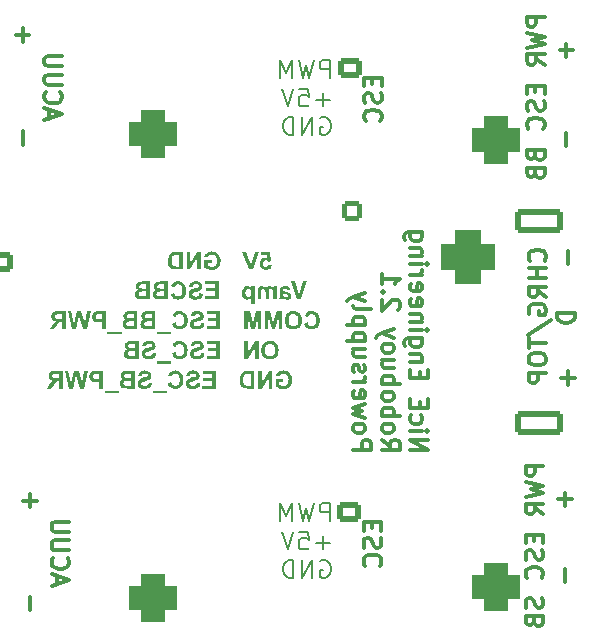
<source format=gbr>
%TF.GenerationSoftware,KiCad,Pcbnew,9.0.2*%
%TF.CreationDate,2025-06-17T18:04:30+02:00*%
%TF.ProjectId,Robobuoy-Sub-PSU-v2_1,526f626f-6275-46f7-992d-5375622d5053,2.0*%
%TF.SameCoordinates,Original*%
%TF.FileFunction,Legend,Bot*%
%TF.FilePolarity,Positive*%
%FSLAX46Y46*%
G04 Gerber Fmt 4.6, Leading zero omitted, Abs format (unit mm)*
G04 Created by KiCad (PCBNEW 9.0.2) date 2025-06-17 18:04:30*
%MOMM*%
%LPD*%
G01*
G04 APERTURE LIST*
G04 Aperture macros list*
%AMRoundRect*
0 Rectangle with rounded corners*
0 $1 Rounding radius*
0 $2 $3 $4 $5 $6 $7 $8 $9 X,Y pos of 4 corners*
0 Add a 4 corners polygon primitive as box body*
4,1,4,$2,$3,$4,$5,$6,$7,$8,$9,$2,$3,0*
0 Add four circle primitives for the rounded corners*
1,1,$1+$1,$2,$3*
1,1,$1+$1,$4,$5*
1,1,$1+$1,$6,$7*
1,1,$1+$1,$8,$9*
0 Add four rect primitives between the rounded corners*
20,1,$1+$1,$2,$3,$4,$5,0*
20,1,$1+$1,$4,$5,$6,$7,0*
20,1,$1+$1,$6,$7,$8,$9,0*
20,1,$1+$1,$8,$9,$2,$3,0*%
G04 Aperture macros list end*
%ADD10C,0.300000*%
%ADD11C,0.187500*%
%ADD12RoundRect,0.250000X-0.600000X-0.600000X0.600000X-0.600000X0.600000X0.600000X-0.600000X0.600000X0*%
%ADD13C,1.700000*%
%ADD14R,2.000000X0.900000*%
%ADD15RoundRect,1.025000X1.025000X-1.025000X1.025000X1.025000X-1.025000X1.025000X-1.025000X-1.025000X0*%
%ADD16C,4.100000*%
%ADD17R,1.300000X2.300000*%
%ADD18RoundRect,0.250000X-0.725000X0.600000X-0.725000X-0.600000X0.725000X-0.600000X0.725000X0.600000X0*%
%ADD19O,1.950000X1.700000*%
%ADD20RoundRect,1.025000X-1.025000X1.025000X-1.025000X-1.025000X1.025000X-1.025000X1.025000X1.025000X0*%
%ADD21C,3.000000*%
%ADD22RoundRect,0.250000X-1.750000X0.750000X-1.750000X-0.750000X1.750000X-0.750000X1.750000X0.750000X0*%
%ADD23RoundRect,1.125000X-1.125000X1.125000X-1.125000X-1.125000X1.125000X-1.125000X1.125000X1.125000X0*%
%ADD24C,4.500000*%
%ADD25RoundRect,0.206250X-0.618750X-0.618750X0.618750X-0.618750X0.618750X0.618750X-0.618750X0.618750X0*%
G04 APERTURE END LIST*
D10*
X7119514Y-17003310D02*
X7119514Y-17503310D01*
X7905228Y-17717596D02*
X7905228Y-17003310D01*
X7905228Y-17003310D02*
X6405228Y-17003310D01*
X6405228Y-17003310D02*
X6405228Y-17717596D01*
X7833800Y-18289025D02*
X7905228Y-18503311D01*
X7905228Y-18503311D02*
X7905228Y-18860453D01*
X7905228Y-18860453D02*
X7833800Y-19003311D01*
X7833800Y-19003311D02*
X7762371Y-19074739D01*
X7762371Y-19074739D02*
X7619514Y-19146168D01*
X7619514Y-19146168D02*
X7476657Y-19146168D01*
X7476657Y-19146168D02*
X7333800Y-19074739D01*
X7333800Y-19074739D02*
X7262371Y-19003311D01*
X7262371Y-19003311D02*
X7190942Y-18860453D01*
X7190942Y-18860453D02*
X7119514Y-18574739D01*
X7119514Y-18574739D02*
X7048085Y-18431882D01*
X7048085Y-18431882D02*
X6976657Y-18360453D01*
X6976657Y-18360453D02*
X6833800Y-18289025D01*
X6833800Y-18289025D02*
X6690942Y-18289025D01*
X6690942Y-18289025D02*
X6548085Y-18360453D01*
X6548085Y-18360453D02*
X6476657Y-18431882D01*
X6476657Y-18431882D02*
X6405228Y-18574739D01*
X6405228Y-18574739D02*
X6405228Y-18931882D01*
X6405228Y-18931882D02*
X6476657Y-19146168D01*
X7762371Y-20646167D02*
X7833800Y-20574739D01*
X7833800Y-20574739D02*
X7905228Y-20360453D01*
X7905228Y-20360453D02*
X7905228Y-20217596D01*
X7905228Y-20217596D02*
X7833800Y-20003310D01*
X7833800Y-20003310D02*
X7690942Y-19860453D01*
X7690942Y-19860453D02*
X7548085Y-19789024D01*
X7548085Y-19789024D02*
X7262371Y-19717596D01*
X7262371Y-19717596D02*
X7048085Y-19717596D01*
X7048085Y-19717596D02*
X6762371Y-19789024D01*
X6762371Y-19789024D02*
X6619514Y-19860453D01*
X6619514Y-19860453D02*
X6476657Y-20003310D01*
X6476657Y-20003310D02*
X6405228Y-20217596D01*
X6405228Y-20217596D02*
X6405228Y-20360453D01*
X6405228Y-20360453D02*
X6476657Y-20574739D01*
X6476657Y-20574739D02*
X6548085Y-20646167D01*
D11*
X3532702Y-16871646D02*
X3532702Y-15371646D01*
X3532702Y-15371646D02*
X2961273Y-15371646D01*
X2961273Y-15371646D02*
X2818416Y-15443075D01*
X2818416Y-15443075D02*
X2746987Y-15514503D01*
X2746987Y-15514503D02*
X2675559Y-15657360D01*
X2675559Y-15657360D02*
X2675559Y-15871646D01*
X2675559Y-15871646D02*
X2746987Y-16014503D01*
X2746987Y-16014503D02*
X2818416Y-16085932D01*
X2818416Y-16085932D02*
X2961273Y-16157360D01*
X2961273Y-16157360D02*
X3532702Y-16157360D01*
X2175559Y-15371646D02*
X1818416Y-16871646D01*
X1818416Y-16871646D02*
X1532702Y-15800218D01*
X1532702Y-15800218D02*
X1246987Y-16871646D01*
X1246987Y-16871646D02*
X889845Y-15371646D01*
X318416Y-16871646D02*
X318416Y-15371646D01*
X318416Y-15371646D02*
X-181584Y-16443075D01*
X-181584Y-16443075D02*
X-681584Y-15371646D01*
X-681584Y-15371646D02*
X-681584Y-16871646D01*
X3532702Y-18715134D02*
X2389845Y-18715134D01*
X2961273Y-19286562D02*
X2961273Y-18143705D01*
X961273Y-17786562D02*
X1675559Y-17786562D01*
X1675559Y-17786562D02*
X1746987Y-18500848D01*
X1746987Y-18500848D02*
X1675559Y-18429419D01*
X1675559Y-18429419D02*
X1532702Y-18357991D01*
X1532702Y-18357991D02*
X1175559Y-18357991D01*
X1175559Y-18357991D02*
X1032702Y-18429419D01*
X1032702Y-18429419D02*
X961273Y-18500848D01*
X961273Y-18500848D02*
X889844Y-18643705D01*
X889844Y-18643705D02*
X889844Y-19000848D01*
X889844Y-19000848D02*
X961273Y-19143705D01*
X961273Y-19143705D02*
X1032702Y-19215134D01*
X1032702Y-19215134D02*
X1175559Y-19286562D01*
X1175559Y-19286562D02*
X1532702Y-19286562D01*
X1532702Y-19286562D02*
X1675559Y-19215134D01*
X1675559Y-19215134D02*
X1746987Y-19143705D01*
X461273Y-17786562D02*
X-38727Y-19286562D01*
X-38727Y-19286562D02*
X-538727Y-17786562D01*
X2746987Y-20272907D02*
X2889845Y-20201478D01*
X2889845Y-20201478D02*
X3104130Y-20201478D01*
X3104130Y-20201478D02*
X3318416Y-20272907D01*
X3318416Y-20272907D02*
X3461273Y-20415764D01*
X3461273Y-20415764D02*
X3532702Y-20558621D01*
X3532702Y-20558621D02*
X3604130Y-20844335D01*
X3604130Y-20844335D02*
X3604130Y-21058621D01*
X3604130Y-21058621D02*
X3532702Y-21344335D01*
X3532702Y-21344335D02*
X3461273Y-21487192D01*
X3461273Y-21487192D02*
X3318416Y-21630050D01*
X3318416Y-21630050D02*
X3104130Y-21701478D01*
X3104130Y-21701478D02*
X2961273Y-21701478D01*
X2961273Y-21701478D02*
X2746987Y-21630050D01*
X2746987Y-21630050D02*
X2675559Y-21558621D01*
X2675559Y-21558621D02*
X2675559Y-21058621D01*
X2675559Y-21058621D02*
X2961273Y-21058621D01*
X2032702Y-21701478D02*
X2032702Y-20201478D01*
X2032702Y-20201478D02*
X1175559Y-21701478D01*
X1175559Y-21701478D02*
X1175559Y-20201478D01*
X461273Y-21701478D02*
X461273Y-20201478D01*
X461273Y-20201478D02*
X104130Y-20201478D01*
X104130Y-20201478D02*
X-110156Y-20272907D01*
X-110156Y-20272907D02*
X-253013Y-20415764D01*
X-253013Y-20415764D02*
X-324442Y-20558621D01*
X-324442Y-20558621D02*
X-395870Y-20844335D01*
X-395870Y-20844335D02*
X-395870Y-21058621D01*
X-395870Y-21058621D02*
X-324442Y-21344335D01*
X-324442Y-21344335D02*
X-253013Y-21487192D01*
X-253013Y-21487192D02*
X-110156Y-21630050D01*
X-110156Y-21630050D02*
X104130Y-21701478D01*
X104130Y-21701478D02*
X461273Y-21701478D01*
D10*
X10363003Y-10850089D02*
X11863003Y-10850089D01*
X11863003Y-10850089D02*
X10363003Y-9992946D01*
X10363003Y-9992946D02*
X11863003Y-9992946D01*
X10363003Y-9278660D02*
X11363003Y-9278660D01*
X11863003Y-9278660D02*
X11791574Y-9350088D01*
X11791574Y-9350088D02*
X11720146Y-9278660D01*
X11720146Y-9278660D02*
X11791574Y-9207231D01*
X11791574Y-9207231D02*
X11863003Y-9278660D01*
X11863003Y-9278660D02*
X11720146Y-9278660D01*
X10434432Y-7921517D02*
X10363003Y-8064374D01*
X10363003Y-8064374D02*
X10363003Y-8350088D01*
X10363003Y-8350088D02*
X10434432Y-8492945D01*
X10434432Y-8492945D02*
X10505860Y-8564374D01*
X10505860Y-8564374D02*
X10648717Y-8635802D01*
X10648717Y-8635802D02*
X11077289Y-8635802D01*
X11077289Y-8635802D02*
X11220146Y-8564374D01*
X11220146Y-8564374D02*
X11291574Y-8492945D01*
X11291574Y-8492945D02*
X11363003Y-8350088D01*
X11363003Y-8350088D02*
X11363003Y-8064374D01*
X11363003Y-8064374D02*
X11291574Y-7921517D01*
X11148717Y-7278660D02*
X11148717Y-6778660D01*
X10363003Y-6564374D02*
X10363003Y-7278660D01*
X10363003Y-7278660D02*
X11863003Y-7278660D01*
X11863003Y-7278660D02*
X11863003Y-6564374D01*
X11148717Y-4778660D02*
X11148717Y-4278660D01*
X10363003Y-4064374D02*
X10363003Y-4778660D01*
X10363003Y-4778660D02*
X11863003Y-4778660D01*
X11863003Y-4778660D02*
X11863003Y-4064374D01*
X11363003Y-3421517D02*
X10363003Y-3421517D01*
X11220146Y-3421517D02*
X11291574Y-3350088D01*
X11291574Y-3350088D02*
X11363003Y-3207231D01*
X11363003Y-3207231D02*
X11363003Y-2992945D01*
X11363003Y-2992945D02*
X11291574Y-2850088D01*
X11291574Y-2850088D02*
X11148717Y-2778660D01*
X11148717Y-2778660D02*
X10363003Y-2778660D01*
X11363003Y-1421517D02*
X10148717Y-1421517D01*
X10148717Y-1421517D02*
X10005860Y-1492945D01*
X10005860Y-1492945D02*
X9934432Y-1564374D01*
X9934432Y-1564374D02*
X9863003Y-1707231D01*
X9863003Y-1707231D02*
X9863003Y-1921517D01*
X9863003Y-1921517D02*
X9934432Y-2064374D01*
X10434432Y-1421517D02*
X10363003Y-1564374D01*
X10363003Y-1564374D02*
X10363003Y-1850088D01*
X10363003Y-1850088D02*
X10434432Y-1992945D01*
X10434432Y-1992945D02*
X10505860Y-2064374D01*
X10505860Y-2064374D02*
X10648717Y-2135802D01*
X10648717Y-2135802D02*
X11077289Y-2135802D01*
X11077289Y-2135802D02*
X11220146Y-2064374D01*
X11220146Y-2064374D02*
X11291574Y-1992945D01*
X11291574Y-1992945D02*
X11363003Y-1850088D01*
X11363003Y-1850088D02*
X11363003Y-1564374D01*
X11363003Y-1564374D02*
X11291574Y-1421517D01*
X10363003Y-707231D02*
X11363003Y-707231D01*
X11863003Y-707231D02*
X11791574Y-778659D01*
X11791574Y-778659D02*
X11720146Y-707231D01*
X11720146Y-707231D02*
X11791574Y-635802D01*
X11791574Y-635802D02*
X11863003Y-707231D01*
X11863003Y-707231D02*
X11720146Y-707231D01*
X11363003Y7055D02*
X10363003Y7055D01*
X11220146Y7055D02*
X11291574Y78484D01*
X11291574Y78484D02*
X11363003Y221341D01*
X11363003Y221341D02*
X11363003Y435627D01*
X11363003Y435627D02*
X11291574Y578484D01*
X11291574Y578484D02*
X11148717Y649912D01*
X11148717Y649912D02*
X10363003Y649912D01*
X10434432Y1935627D02*
X10363003Y1792770D01*
X10363003Y1792770D02*
X10363003Y1507055D01*
X10363003Y1507055D02*
X10434432Y1364198D01*
X10434432Y1364198D02*
X10577289Y1292770D01*
X10577289Y1292770D02*
X11148717Y1292770D01*
X11148717Y1292770D02*
X11291574Y1364198D01*
X11291574Y1364198D02*
X11363003Y1507055D01*
X11363003Y1507055D02*
X11363003Y1792770D01*
X11363003Y1792770D02*
X11291574Y1935627D01*
X11291574Y1935627D02*
X11148717Y2007055D01*
X11148717Y2007055D02*
X11005860Y2007055D01*
X11005860Y2007055D02*
X10863003Y1292770D01*
X10434432Y3221341D02*
X10363003Y3078484D01*
X10363003Y3078484D02*
X10363003Y2792769D01*
X10363003Y2792769D02*
X10434432Y2649912D01*
X10434432Y2649912D02*
X10577289Y2578484D01*
X10577289Y2578484D02*
X11148717Y2578484D01*
X11148717Y2578484D02*
X11291574Y2649912D01*
X11291574Y2649912D02*
X11363003Y2792769D01*
X11363003Y2792769D02*
X11363003Y3078484D01*
X11363003Y3078484D02*
X11291574Y3221341D01*
X11291574Y3221341D02*
X11148717Y3292769D01*
X11148717Y3292769D02*
X11005860Y3292769D01*
X11005860Y3292769D02*
X10863003Y2578484D01*
X10363003Y3935626D02*
X11363003Y3935626D01*
X11077289Y3935626D02*
X11220146Y4007055D01*
X11220146Y4007055D02*
X11291574Y4078483D01*
X11291574Y4078483D02*
X11363003Y4221341D01*
X11363003Y4221341D02*
X11363003Y4364198D01*
X10363003Y4864197D02*
X11363003Y4864197D01*
X11863003Y4864197D02*
X11791574Y4792769D01*
X11791574Y4792769D02*
X11720146Y4864197D01*
X11720146Y4864197D02*
X11791574Y4935626D01*
X11791574Y4935626D02*
X11863003Y4864197D01*
X11863003Y4864197D02*
X11720146Y4864197D01*
X11363003Y5578483D02*
X10363003Y5578483D01*
X11220146Y5578483D02*
X11291574Y5649912D01*
X11291574Y5649912D02*
X11363003Y5792769D01*
X11363003Y5792769D02*
X11363003Y6007055D01*
X11363003Y6007055D02*
X11291574Y6149912D01*
X11291574Y6149912D02*
X11148717Y6221340D01*
X11148717Y6221340D02*
X10363003Y6221340D01*
X11363003Y7578483D02*
X10148717Y7578483D01*
X10148717Y7578483D02*
X10005860Y7507055D01*
X10005860Y7507055D02*
X9934432Y7435626D01*
X9934432Y7435626D02*
X9863003Y7292769D01*
X9863003Y7292769D02*
X9863003Y7078483D01*
X9863003Y7078483D02*
X9934432Y6935626D01*
X10434432Y7578483D02*
X10363003Y7435626D01*
X10363003Y7435626D02*
X10363003Y7149912D01*
X10363003Y7149912D02*
X10434432Y7007055D01*
X10434432Y7007055D02*
X10505860Y6935626D01*
X10505860Y6935626D02*
X10648717Y6864198D01*
X10648717Y6864198D02*
X11077289Y6864198D01*
X11077289Y6864198D02*
X11220146Y6935626D01*
X11220146Y6935626D02*
X11291574Y7007055D01*
X11291574Y7007055D02*
X11363003Y7149912D01*
X11363003Y7149912D02*
X11363003Y7435626D01*
X11363003Y7435626D02*
X11291574Y7578483D01*
X7948087Y-9992946D02*
X8662373Y-10492946D01*
X7948087Y-10850089D02*
X9448087Y-10850089D01*
X9448087Y-10850089D02*
X9448087Y-10278660D01*
X9448087Y-10278660D02*
X9376658Y-10135803D01*
X9376658Y-10135803D02*
X9305230Y-10064374D01*
X9305230Y-10064374D02*
X9162373Y-9992946D01*
X9162373Y-9992946D02*
X8948087Y-9992946D01*
X8948087Y-9992946D02*
X8805230Y-10064374D01*
X8805230Y-10064374D02*
X8733801Y-10135803D01*
X8733801Y-10135803D02*
X8662373Y-10278660D01*
X8662373Y-10278660D02*
X8662373Y-10850089D01*
X7948087Y-9135803D02*
X8019516Y-9278660D01*
X8019516Y-9278660D02*
X8090944Y-9350089D01*
X8090944Y-9350089D02*
X8233801Y-9421517D01*
X8233801Y-9421517D02*
X8662373Y-9421517D01*
X8662373Y-9421517D02*
X8805230Y-9350089D01*
X8805230Y-9350089D02*
X8876658Y-9278660D01*
X8876658Y-9278660D02*
X8948087Y-9135803D01*
X8948087Y-9135803D02*
X8948087Y-8921517D01*
X8948087Y-8921517D02*
X8876658Y-8778660D01*
X8876658Y-8778660D02*
X8805230Y-8707232D01*
X8805230Y-8707232D02*
X8662373Y-8635803D01*
X8662373Y-8635803D02*
X8233801Y-8635803D01*
X8233801Y-8635803D02*
X8090944Y-8707232D01*
X8090944Y-8707232D02*
X8019516Y-8778660D01*
X8019516Y-8778660D02*
X7948087Y-8921517D01*
X7948087Y-8921517D02*
X7948087Y-9135803D01*
X7948087Y-7992946D02*
X9448087Y-7992946D01*
X8876658Y-7992946D02*
X8948087Y-7850089D01*
X8948087Y-7850089D02*
X8948087Y-7564374D01*
X8948087Y-7564374D02*
X8876658Y-7421517D01*
X8876658Y-7421517D02*
X8805230Y-7350089D01*
X8805230Y-7350089D02*
X8662373Y-7278660D01*
X8662373Y-7278660D02*
X8233801Y-7278660D01*
X8233801Y-7278660D02*
X8090944Y-7350089D01*
X8090944Y-7350089D02*
X8019516Y-7421517D01*
X8019516Y-7421517D02*
X7948087Y-7564374D01*
X7948087Y-7564374D02*
X7948087Y-7850089D01*
X7948087Y-7850089D02*
X8019516Y-7992946D01*
X7948087Y-6421517D02*
X8019516Y-6564374D01*
X8019516Y-6564374D02*
X8090944Y-6635803D01*
X8090944Y-6635803D02*
X8233801Y-6707231D01*
X8233801Y-6707231D02*
X8662373Y-6707231D01*
X8662373Y-6707231D02*
X8805230Y-6635803D01*
X8805230Y-6635803D02*
X8876658Y-6564374D01*
X8876658Y-6564374D02*
X8948087Y-6421517D01*
X8948087Y-6421517D02*
X8948087Y-6207231D01*
X8948087Y-6207231D02*
X8876658Y-6064374D01*
X8876658Y-6064374D02*
X8805230Y-5992946D01*
X8805230Y-5992946D02*
X8662373Y-5921517D01*
X8662373Y-5921517D02*
X8233801Y-5921517D01*
X8233801Y-5921517D02*
X8090944Y-5992946D01*
X8090944Y-5992946D02*
X8019516Y-6064374D01*
X8019516Y-6064374D02*
X7948087Y-6207231D01*
X7948087Y-6207231D02*
X7948087Y-6421517D01*
X7948087Y-5278660D02*
X9448087Y-5278660D01*
X8876658Y-5278660D02*
X8948087Y-5135803D01*
X8948087Y-5135803D02*
X8948087Y-4850088D01*
X8948087Y-4850088D02*
X8876658Y-4707231D01*
X8876658Y-4707231D02*
X8805230Y-4635803D01*
X8805230Y-4635803D02*
X8662373Y-4564374D01*
X8662373Y-4564374D02*
X8233801Y-4564374D01*
X8233801Y-4564374D02*
X8090944Y-4635803D01*
X8090944Y-4635803D02*
X8019516Y-4707231D01*
X8019516Y-4707231D02*
X7948087Y-4850088D01*
X7948087Y-4850088D02*
X7948087Y-5135803D01*
X7948087Y-5135803D02*
X8019516Y-5278660D01*
X8948087Y-3278660D02*
X7948087Y-3278660D01*
X8948087Y-3921517D02*
X8162373Y-3921517D01*
X8162373Y-3921517D02*
X8019516Y-3850088D01*
X8019516Y-3850088D02*
X7948087Y-3707231D01*
X7948087Y-3707231D02*
X7948087Y-3492945D01*
X7948087Y-3492945D02*
X8019516Y-3350088D01*
X8019516Y-3350088D02*
X8090944Y-3278660D01*
X7948087Y-2350088D02*
X8019516Y-2492945D01*
X8019516Y-2492945D02*
X8090944Y-2564374D01*
X8090944Y-2564374D02*
X8233801Y-2635802D01*
X8233801Y-2635802D02*
X8662373Y-2635802D01*
X8662373Y-2635802D02*
X8805230Y-2564374D01*
X8805230Y-2564374D02*
X8876658Y-2492945D01*
X8876658Y-2492945D02*
X8948087Y-2350088D01*
X8948087Y-2350088D02*
X8948087Y-2135802D01*
X8948087Y-2135802D02*
X8876658Y-1992945D01*
X8876658Y-1992945D02*
X8805230Y-1921517D01*
X8805230Y-1921517D02*
X8662373Y-1850088D01*
X8662373Y-1850088D02*
X8233801Y-1850088D01*
X8233801Y-1850088D02*
X8090944Y-1921517D01*
X8090944Y-1921517D02*
X8019516Y-1992945D01*
X8019516Y-1992945D02*
X7948087Y-2135802D01*
X7948087Y-2135802D02*
X7948087Y-2350088D01*
X8948087Y-1350088D02*
X7948087Y-992945D01*
X8948087Y-635802D02*
X7948087Y-992945D01*
X7948087Y-992945D02*
X7590944Y-1135802D01*
X7590944Y-1135802D02*
X7519516Y-1207231D01*
X7519516Y-1207231D02*
X7448087Y-1350088D01*
X9305230Y1007055D02*
X9376658Y1078483D01*
X9376658Y1078483D02*
X9448087Y1221340D01*
X9448087Y1221340D02*
X9448087Y1578483D01*
X9448087Y1578483D02*
X9376658Y1721340D01*
X9376658Y1721340D02*
X9305230Y1792769D01*
X9305230Y1792769D02*
X9162373Y1864198D01*
X9162373Y1864198D02*
X9019516Y1864198D01*
X9019516Y1864198D02*
X8805230Y1792769D01*
X8805230Y1792769D02*
X7948087Y935626D01*
X7948087Y935626D02*
X7948087Y1864198D01*
X8090944Y2507054D02*
X8019516Y2578483D01*
X8019516Y2578483D02*
X7948087Y2507054D01*
X7948087Y2507054D02*
X8019516Y2435626D01*
X8019516Y2435626D02*
X8090944Y2507054D01*
X8090944Y2507054D02*
X7948087Y2507054D01*
X7948087Y4007055D02*
X7948087Y3149912D01*
X7948087Y3578483D02*
X9448087Y3578483D01*
X9448087Y3578483D02*
X9233801Y3435626D01*
X9233801Y3435626D02*
X9090944Y3292769D01*
X9090944Y3292769D02*
X9019516Y3149912D01*
X5533171Y-10850089D02*
X7033171Y-10850089D01*
X7033171Y-10850089D02*
X7033171Y-10278660D01*
X7033171Y-10278660D02*
X6961742Y-10135803D01*
X6961742Y-10135803D02*
X6890314Y-10064374D01*
X6890314Y-10064374D02*
X6747457Y-9992946D01*
X6747457Y-9992946D02*
X6533171Y-9992946D01*
X6533171Y-9992946D02*
X6390314Y-10064374D01*
X6390314Y-10064374D02*
X6318885Y-10135803D01*
X6318885Y-10135803D02*
X6247457Y-10278660D01*
X6247457Y-10278660D02*
X6247457Y-10850089D01*
X5533171Y-9135803D02*
X5604600Y-9278660D01*
X5604600Y-9278660D02*
X5676028Y-9350089D01*
X5676028Y-9350089D02*
X5818885Y-9421517D01*
X5818885Y-9421517D02*
X6247457Y-9421517D01*
X6247457Y-9421517D02*
X6390314Y-9350089D01*
X6390314Y-9350089D02*
X6461742Y-9278660D01*
X6461742Y-9278660D02*
X6533171Y-9135803D01*
X6533171Y-9135803D02*
X6533171Y-8921517D01*
X6533171Y-8921517D02*
X6461742Y-8778660D01*
X6461742Y-8778660D02*
X6390314Y-8707232D01*
X6390314Y-8707232D02*
X6247457Y-8635803D01*
X6247457Y-8635803D02*
X5818885Y-8635803D01*
X5818885Y-8635803D02*
X5676028Y-8707232D01*
X5676028Y-8707232D02*
X5604600Y-8778660D01*
X5604600Y-8778660D02*
X5533171Y-8921517D01*
X5533171Y-8921517D02*
X5533171Y-9135803D01*
X6533171Y-8135803D02*
X5533171Y-7850089D01*
X5533171Y-7850089D02*
X6247457Y-7564374D01*
X6247457Y-7564374D02*
X5533171Y-7278660D01*
X5533171Y-7278660D02*
X6533171Y-6992946D01*
X5604600Y-5850088D02*
X5533171Y-5992945D01*
X5533171Y-5992945D02*
X5533171Y-6278660D01*
X5533171Y-6278660D02*
X5604600Y-6421517D01*
X5604600Y-6421517D02*
X5747457Y-6492945D01*
X5747457Y-6492945D02*
X6318885Y-6492945D01*
X6318885Y-6492945D02*
X6461742Y-6421517D01*
X6461742Y-6421517D02*
X6533171Y-6278660D01*
X6533171Y-6278660D02*
X6533171Y-5992945D01*
X6533171Y-5992945D02*
X6461742Y-5850088D01*
X6461742Y-5850088D02*
X6318885Y-5778660D01*
X6318885Y-5778660D02*
X6176028Y-5778660D01*
X6176028Y-5778660D02*
X6033171Y-6492945D01*
X5533171Y-5135803D02*
X6533171Y-5135803D01*
X6247457Y-5135803D02*
X6390314Y-5064374D01*
X6390314Y-5064374D02*
X6461742Y-4992946D01*
X6461742Y-4992946D02*
X6533171Y-4850088D01*
X6533171Y-4850088D02*
X6533171Y-4707231D01*
X5604600Y-4278660D02*
X5533171Y-4135803D01*
X5533171Y-4135803D02*
X5533171Y-3850089D01*
X5533171Y-3850089D02*
X5604600Y-3707232D01*
X5604600Y-3707232D02*
X5747457Y-3635803D01*
X5747457Y-3635803D02*
X5818885Y-3635803D01*
X5818885Y-3635803D02*
X5961742Y-3707232D01*
X5961742Y-3707232D02*
X6033171Y-3850089D01*
X6033171Y-3850089D02*
X6033171Y-4064375D01*
X6033171Y-4064375D02*
X6104600Y-4207232D01*
X6104600Y-4207232D02*
X6247457Y-4278660D01*
X6247457Y-4278660D02*
X6318885Y-4278660D01*
X6318885Y-4278660D02*
X6461742Y-4207232D01*
X6461742Y-4207232D02*
X6533171Y-4064375D01*
X6533171Y-4064375D02*
X6533171Y-3850089D01*
X6533171Y-3850089D02*
X6461742Y-3707232D01*
X6533171Y-2350089D02*
X5533171Y-2350089D01*
X6533171Y-2992946D02*
X5747457Y-2992946D01*
X5747457Y-2992946D02*
X5604600Y-2921517D01*
X5604600Y-2921517D02*
X5533171Y-2778660D01*
X5533171Y-2778660D02*
X5533171Y-2564374D01*
X5533171Y-2564374D02*
X5604600Y-2421517D01*
X5604600Y-2421517D02*
X5676028Y-2350089D01*
X6533171Y-1635803D02*
X5033171Y-1635803D01*
X6461742Y-1635803D02*
X6533171Y-1492946D01*
X6533171Y-1492946D02*
X6533171Y-1207231D01*
X6533171Y-1207231D02*
X6461742Y-1064374D01*
X6461742Y-1064374D02*
X6390314Y-992946D01*
X6390314Y-992946D02*
X6247457Y-921517D01*
X6247457Y-921517D02*
X5818885Y-921517D01*
X5818885Y-921517D02*
X5676028Y-992946D01*
X5676028Y-992946D02*
X5604600Y-1064374D01*
X5604600Y-1064374D02*
X5533171Y-1207231D01*
X5533171Y-1207231D02*
X5533171Y-1492946D01*
X5533171Y-1492946D02*
X5604600Y-1635803D01*
X6533171Y-278660D02*
X5033171Y-278660D01*
X6461742Y-278660D02*
X6533171Y-135803D01*
X6533171Y-135803D02*
X6533171Y149912D01*
X6533171Y149912D02*
X6461742Y292769D01*
X6461742Y292769D02*
X6390314Y364197D01*
X6390314Y364197D02*
X6247457Y435626D01*
X6247457Y435626D02*
X5818885Y435626D01*
X5818885Y435626D02*
X5676028Y364197D01*
X5676028Y364197D02*
X5604600Y292769D01*
X5604600Y292769D02*
X5533171Y149912D01*
X5533171Y149912D02*
X5533171Y-135803D01*
X5533171Y-135803D02*
X5604600Y-278660D01*
X5533171Y1292769D02*
X5604600Y1149912D01*
X5604600Y1149912D02*
X5747457Y1078483D01*
X5747457Y1078483D02*
X7033171Y1078483D01*
X6533171Y1721340D02*
X5533171Y2078483D01*
X6533171Y2435626D02*
X5533171Y2078483D01*
X5533171Y2078483D02*
X5176028Y1935626D01*
X5176028Y1935626D02*
X5104600Y1864197D01*
X5104600Y1864197D02*
X5033171Y1721340D01*
X21617512Y-12187710D02*
X20117512Y-12187710D01*
X20117512Y-12187710D02*
X20117512Y-12759139D01*
X20117512Y-12759139D02*
X20188941Y-12901996D01*
X20188941Y-12901996D02*
X20260369Y-12973425D01*
X20260369Y-12973425D02*
X20403226Y-13044853D01*
X20403226Y-13044853D02*
X20617512Y-13044853D01*
X20617512Y-13044853D02*
X20760369Y-12973425D01*
X20760369Y-12973425D02*
X20831798Y-12901996D01*
X20831798Y-12901996D02*
X20903226Y-12759139D01*
X20903226Y-12759139D02*
X20903226Y-12187710D01*
X20117512Y-13544853D02*
X21617512Y-13901996D01*
X21617512Y-13901996D02*
X20546084Y-14187710D01*
X20546084Y-14187710D02*
X21617512Y-14473425D01*
X21617512Y-14473425D02*
X20117512Y-14830568D01*
X21617512Y-16259139D02*
X20903226Y-15759139D01*
X21617512Y-15401996D02*
X20117512Y-15401996D01*
X20117512Y-15401996D02*
X20117512Y-15973425D01*
X20117512Y-15973425D02*
X20188941Y-16116282D01*
X20188941Y-16116282D02*
X20260369Y-16187711D01*
X20260369Y-16187711D02*
X20403226Y-16259139D01*
X20403226Y-16259139D02*
X20617512Y-16259139D01*
X20617512Y-16259139D02*
X20760369Y-16187711D01*
X20760369Y-16187711D02*
X20831798Y-16116282D01*
X20831798Y-16116282D02*
X20903226Y-15973425D01*
X20903226Y-15973425D02*
X20903226Y-15401996D01*
X20831798Y-18044853D02*
X20831798Y-18544853D01*
X21617512Y-18759139D02*
X21617512Y-18044853D01*
X21617512Y-18044853D02*
X20117512Y-18044853D01*
X20117512Y-18044853D02*
X20117512Y-18759139D01*
X21546084Y-19330568D02*
X21617512Y-19544854D01*
X21617512Y-19544854D02*
X21617512Y-19901996D01*
X21617512Y-19901996D02*
X21546084Y-20044854D01*
X21546084Y-20044854D02*
X21474655Y-20116282D01*
X21474655Y-20116282D02*
X21331798Y-20187711D01*
X21331798Y-20187711D02*
X21188941Y-20187711D01*
X21188941Y-20187711D02*
X21046084Y-20116282D01*
X21046084Y-20116282D02*
X20974655Y-20044854D01*
X20974655Y-20044854D02*
X20903226Y-19901996D01*
X20903226Y-19901996D02*
X20831798Y-19616282D01*
X20831798Y-19616282D02*
X20760369Y-19473425D01*
X20760369Y-19473425D02*
X20688941Y-19401996D01*
X20688941Y-19401996D02*
X20546084Y-19330568D01*
X20546084Y-19330568D02*
X20403226Y-19330568D01*
X20403226Y-19330568D02*
X20260369Y-19401996D01*
X20260369Y-19401996D02*
X20188941Y-19473425D01*
X20188941Y-19473425D02*
X20117512Y-19616282D01*
X20117512Y-19616282D02*
X20117512Y-19973425D01*
X20117512Y-19973425D02*
X20188941Y-20187711D01*
X21474655Y-21687710D02*
X21546084Y-21616282D01*
X21546084Y-21616282D02*
X21617512Y-21401996D01*
X21617512Y-21401996D02*
X21617512Y-21259139D01*
X21617512Y-21259139D02*
X21546084Y-21044853D01*
X21546084Y-21044853D02*
X21403226Y-20901996D01*
X21403226Y-20901996D02*
X21260369Y-20830567D01*
X21260369Y-20830567D02*
X20974655Y-20759139D01*
X20974655Y-20759139D02*
X20760369Y-20759139D01*
X20760369Y-20759139D02*
X20474655Y-20830567D01*
X20474655Y-20830567D02*
X20331798Y-20901996D01*
X20331798Y-20901996D02*
X20188941Y-21044853D01*
X20188941Y-21044853D02*
X20117512Y-21259139D01*
X20117512Y-21259139D02*
X20117512Y-21401996D01*
X20117512Y-21401996D02*
X20188941Y-21616282D01*
X20188941Y-21616282D02*
X20260369Y-21687710D01*
X21546084Y-23401996D02*
X21617512Y-23616282D01*
X21617512Y-23616282D02*
X21617512Y-23973424D01*
X21617512Y-23973424D02*
X21546084Y-24116282D01*
X21546084Y-24116282D02*
X21474655Y-24187710D01*
X21474655Y-24187710D02*
X21331798Y-24259139D01*
X21331798Y-24259139D02*
X21188941Y-24259139D01*
X21188941Y-24259139D02*
X21046084Y-24187710D01*
X21046084Y-24187710D02*
X20974655Y-24116282D01*
X20974655Y-24116282D02*
X20903226Y-23973424D01*
X20903226Y-23973424D02*
X20831798Y-23687710D01*
X20831798Y-23687710D02*
X20760369Y-23544853D01*
X20760369Y-23544853D02*
X20688941Y-23473424D01*
X20688941Y-23473424D02*
X20546084Y-23401996D01*
X20546084Y-23401996D02*
X20403226Y-23401996D01*
X20403226Y-23401996D02*
X20260369Y-23473424D01*
X20260369Y-23473424D02*
X20188941Y-23544853D01*
X20188941Y-23544853D02*
X20117512Y-23687710D01*
X20117512Y-23687710D02*
X20117512Y-24044853D01*
X20117512Y-24044853D02*
X20188941Y-24259139D01*
X20831798Y-25401995D02*
X20903226Y-25616281D01*
X20903226Y-25616281D02*
X20974655Y-25687710D01*
X20974655Y-25687710D02*
X21117512Y-25759138D01*
X21117512Y-25759138D02*
X21331798Y-25759138D01*
X21331798Y-25759138D02*
X21474655Y-25687710D01*
X21474655Y-25687710D02*
X21546084Y-25616281D01*
X21546084Y-25616281D02*
X21617512Y-25473424D01*
X21617512Y-25473424D02*
X21617512Y-24901995D01*
X21617512Y-24901995D02*
X20117512Y-24901995D01*
X20117512Y-24901995D02*
X20117512Y-25401995D01*
X20117512Y-25401995D02*
X20188941Y-25544853D01*
X20188941Y-25544853D02*
X20260369Y-25616281D01*
X20260369Y-25616281D02*
X20403226Y-25687710D01*
X20403226Y-25687710D02*
X20546084Y-25687710D01*
X20546084Y-25687710D02*
X20688941Y-25616281D01*
X20688941Y-25616281D02*
X20760369Y-25544853D01*
X20760369Y-25544853D02*
X20831798Y-25401995D01*
X20831798Y-25401995D02*
X20831798Y-24901995D01*
X23461000Y-14473424D02*
X23461000Y-15616282D01*
X24032428Y-15044853D02*
X22889571Y-15044853D01*
X23461000Y-20901995D02*
X23461000Y-22044853D01*
X21719112Y25836090D02*
X20219112Y25836090D01*
X20219112Y25836090D02*
X20219112Y25264661D01*
X20219112Y25264661D02*
X20290541Y25121804D01*
X20290541Y25121804D02*
X20361969Y25050375D01*
X20361969Y25050375D02*
X20504826Y24978947D01*
X20504826Y24978947D02*
X20719112Y24978947D01*
X20719112Y24978947D02*
X20861969Y25050375D01*
X20861969Y25050375D02*
X20933398Y25121804D01*
X20933398Y25121804D02*
X21004826Y25264661D01*
X21004826Y25264661D02*
X21004826Y25836090D01*
X20219112Y24478947D02*
X21719112Y24121804D01*
X21719112Y24121804D02*
X20647684Y23836090D01*
X20647684Y23836090D02*
X21719112Y23550375D01*
X21719112Y23550375D02*
X20219112Y23193232D01*
X21719112Y21764661D02*
X21004826Y22264661D01*
X21719112Y22621804D02*
X20219112Y22621804D01*
X20219112Y22621804D02*
X20219112Y22050375D01*
X20219112Y22050375D02*
X20290541Y21907518D01*
X20290541Y21907518D02*
X20361969Y21836089D01*
X20361969Y21836089D02*
X20504826Y21764661D01*
X20504826Y21764661D02*
X20719112Y21764661D01*
X20719112Y21764661D02*
X20861969Y21836089D01*
X20861969Y21836089D02*
X20933398Y21907518D01*
X20933398Y21907518D02*
X21004826Y22050375D01*
X21004826Y22050375D02*
X21004826Y22621804D01*
X20933398Y19978947D02*
X20933398Y19478947D01*
X21719112Y19264661D02*
X21719112Y19978947D01*
X21719112Y19978947D02*
X20219112Y19978947D01*
X20219112Y19978947D02*
X20219112Y19264661D01*
X21647684Y18693232D02*
X21719112Y18478946D01*
X21719112Y18478946D02*
X21719112Y18121804D01*
X21719112Y18121804D02*
X21647684Y17978946D01*
X21647684Y17978946D02*
X21576255Y17907518D01*
X21576255Y17907518D02*
X21433398Y17836089D01*
X21433398Y17836089D02*
X21290541Y17836089D01*
X21290541Y17836089D02*
X21147684Y17907518D01*
X21147684Y17907518D02*
X21076255Y17978946D01*
X21076255Y17978946D02*
X21004826Y18121804D01*
X21004826Y18121804D02*
X20933398Y18407518D01*
X20933398Y18407518D02*
X20861969Y18550375D01*
X20861969Y18550375D02*
X20790541Y18621804D01*
X20790541Y18621804D02*
X20647684Y18693232D01*
X20647684Y18693232D02*
X20504826Y18693232D01*
X20504826Y18693232D02*
X20361969Y18621804D01*
X20361969Y18621804D02*
X20290541Y18550375D01*
X20290541Y18550375D02*
X20219112Y18407518D01*
X20219112Y18407518D02*
X20219112Y18050375D01*
X20219112Y18050375D02*
X20290541Y17836089D01*
X21576255Y16336090D02*
X21647684Y16407518D01*
X21647684Y16407518D02*
X21719112Y16621804D01*
X21719112Y16621804D02*
X21719112Y16764661D01*
X21719112Y16764661D02*
X21647684Y16978947D01*
X21647684Y16978947D02*
X21504826Y17121804D01*
X21504826Y17121804D02*
X21361969Y17193233D01*
X21361969Y17193233D02*
X21076255Y17264661D01*
X21076255Y17264661D02*
X20861969Y17264661D01*
X20861969Y17264661D02*
X20576255Y17193233D01*
X20576255Y17193233D02*
X20433398Y17121804D01*
X20433398Y17121804D02*
X20290541Y16978947D01*
X20290541Y16978947D02*
X20219112Y16764661D01*
X20219112Y16764661D02*
X20219112Y16621804D01*
X20219112Y16621804D02*
X20290541Y16407518D01*
X20290541Y16407518D02*
X20361969Y16336090D01*
X20933398Y14050376D02*
X21004826Y13836090D01*
X21004826Y13836090D02*
X21076255Y13764661D01*
X21076255Y13764661D02*
X21219112Y13693233D01*
X21219112Y13693233D02*
X21433398Y13693233D01*
X21433398Y13693233D02*
X21576255Y13764661D01*
X21576255Y13764661D02*
X21647684Y13836090D01*
X21647684Y13836090D02*
X21719112Y13978947D01*
X21719112Y13978947D02*
X21719112Y14550376D01*
X21719112Y14550376D02*
X20219112Y14550376D01*
X20219112Y14550376D02*
X20219112Y14050376D01*
X20219112Y14050376D02*
X20290541Y13907518D01*
X20290541Y13907518D02*
X20361969Y13836090D01*
X20361969Y13836090D02*
X20504826Y13764661D01*
X20504826Y13764661D02*
X20647684Y13764661D01*
X20647684Y13764661D02*
X20790541Y13836090D01*
X20790541Y13836090D02*
X20861969Y13907518D01*
X20861969Y13907518D02*
X20933398Y14050376D01*
X20933398Y14050376D02*
X20933398Y14550376D01*
X20933398Y12550376D02*
X21004826Y12336090D01*
X21004826Y12336090D02*
X21076255Y12264661D01*
X21076255Y12264661D02*
X21219112Y12193233D01*
X21219112Y12193233D02*
X21433398Y12193233D01*
X21433398Y12193233D02*
X21576255Y12264661D01*
X21576255Y12264661D02*
X21647684Y12336090D01*
X21647684Y12336090D02*
X21719112Y12478947D01*
X21719112Y12478947D02*
X21719112Y13050376D01*
X21719112Y13050376D02*
X20219112Y13050376D01*
X20219112Y13050376D02*
X20219112Y12550376D01*
X20219112Y12550376D02*
X20290541Y12407518D01*
X20290541Y12407518D02*
X20361969Y12336090D01*
X20361969Y12336090D02*
X20504826Y12264661D01*
X20504826Y12264661D02*
X20647684Y12264661D01*
X20647684Y12264661D02*
X20790541Y12336090D01*
X20790541Y12336090D02*
X20861969Y12407518D01*
X20861969Y12407518D02*
X20933398Y12550376D01*
X20933398Y12550376D02*
X20933398Y13050376D01*
X23562600Y23550376D02*
X23562600Y22407518D01*
X24134028Y22978947D02*
X22991171Y22978947D01*
X23562600Y15978948D02*
X23562600Y14836090D01*
X21728655Y5166947D02*
X21800084Y5238375D01*
X21800084Y5238375D02*
X21871512Y5452661D01*
X21871512Y5452661D02*
X21871512Y5595518D01*
X21871512Y5595518D02*
X21800084Y5809804D01*
X21800084Y5809804D02*
X21657226Y5952661D01*
X21657226Y5952661D02*
X21514369Y6024090D01*
X21514369Y6024090D02*
X21228655Y6095518D01*
X21228655Y6095518D02*
X21014369Y6095518D01*
X21014369Y6095518D02*
X20728655Y6024090D01*
X20728655Y6024090D02*
X20585798Y5952661D01*
X20585798Y5952661D02*
X20442941Y5809804D01*
X20442941Y5809804D02*
X20371512Y5595518D01*
X20371512Y5595518D02*
X20371512Y5452661D01*
X20371512Y5452661D02*
X20442941Y5238375D01*
X20442941Y5238375D02*
X20514369Y5166947D01*
X21871512Y4524090D02*
X20371512Y4524090D01*
X21085798Y4524090D02*
X21085798Y3666947D01*
X21871512Y3666947D02*
X20371512Y3666947D01*
X21871512Y2095518D02*
X21157226Y2595518D01*
X21871512Y2952661D02*
X20371512Y2952661D01*
X20371512Y2952661D02*
X20371512Y2381232D01*
X20371512Y2381232D02*
X20442941Y2238375D01*
X20442941Y2238375D02*
X20514369Y2166946D01*
X20514369Y2166946D02*
X20657226Y2095518D01*
X20657226Y2095518D02*
X20871512Y2095518D01*
X20871512Y2095518D02*
X21014369Y2166946D01*
X21014369Y2166946D02*
X21085798Y2238375D01*
X21085798Y2238375D02*
X21157226Y2381232D01*
X21157226Y2381232D02*
X21157226Y2952661D01*
X20442941Y666946D02*
X20371512Y809803D01*
X20371512Y809803D02*
X20371512Y1024089D01*
X20371512Y1024089D02*
X20442941Y1238375D01*
X20442941Y1238375D02*
X20585798Y1381232D01*
X20585798Y1381232D02*
X20728655Y1452661D01*
X20728655Y1452661D02*
X21014369Y1524089D01*
X21014369Y1524089D02*
X21228655Y1524089D01*
X21228655Y1524089D02*
X21514369Y1452661D01*
X21514369Y1452661D02*
X21657226Y1381232D01*
X21657226Y1381232D02*
X21800084Y1238375D01*
X21800084Y1238375D02*
X21871512Y1024089D01*
X21871512Y1024089D02*
X21871512Y881232D01*
X21871512Y881232D02*
X21800084Y666946D01*
X21800084Y666946D02*
X21728655Y595518D01*
X21728655Y595518D02*
X21228655Y595518D01*
X21228655Y595518D02*
X21228655Y881232D01*
X20300084Y-1118768D02*
X22228655Y166946D01*
X20371512Y-1404483D02*
X20371512Y-2261626D01*
X21871512Y-1833054D02*
X20371512Y-1833054D01*
X20371512Y-3047340D02*
X20371512Y-3333054D01*
X20371512Y-3333054D02*
X20442941Y-3475911D01*
X20442941Y-3475911D02*
X20585798Y-3618768D01*
X20585798Y-3618768D02*
X20871512Y-3690197D01*
X20871512Y-3690197D02*
X21371512Y-3690197D01*
X21371512Y-3690197D02*
X21657226Y-3618768D01*
X21657226Y-3618768D02*
X21800084Y-3475911D01*
X21800084Y-3475911D02*
X21871512Y-3333054D01*
X21871512Y-3333054D02*
X21871512Y-3047340D01*
X21871512Y-3047340D02*
X21800084Y-2904483D01*
X21800084Y-2904483D02*
X21657226Y-2761625D01*
X21657226Y-2761625D02*
X21371512Y-2690197D01*
X21371512Y-2690197D02*
X20871512Y-2690197D01*
X20871512Y-2690197D02*
X20585798Y-2761625D01*
X20585798Y-2761625D02*
X20442941Y-2904483D01*
X20442941Y-2904483D02*
X20371512Y-3047340D01*
X21871512Y-4333054D02*
X20371512Y-4333054D01*
X20371512Y-4333054D02*
X20371512Y-4904483D01*
X20371512Y-4904483D02*
X20442941Y-5047340D01*
X20442941Y-5047340D02*
X20514369Y-5118769D01*
X20514369Y-5118769D02*
X20657226Y-5190197D01*
X20657226Y-5190197D02*
X20871512Y-5190197D01*
X20871512Y-5190197D02*
X21014369Y-5118769D01*
X21014369Y-5118769D02*
X21085798Y-5047340D01*
X21085798Y-5047340D02*
X21157226Y-4904483D01*
X21157226Y-4904483D02*
X21157226Y-4333054D01*
X23715000Y6024090D02*
X23715000Y4881232D01*
X24286428Y738376D02*
X22786428Y738376D01*
X22786428Y738376D02*
X22786428Y381233D01*
X22786428Y381233D02*
X22857857Y166947D01*
X22857857Y166947D02*
X23000714Y24090D01*
X23000714Y24090D02*
X23143571Y-47339D01*
X23143571Y-47339D02*
X23429285Y-118767D01*
X23429285Y-118767D02*
X23643571Y-118767D01*
X23643571Y-118767D02*
X23929285Y-47339D01*
X23929285Y-47339D02*
X24072142Y24090D01*
X24072142Y24090D02*
X24215000Y166947D01*
X24215000Y166947D02*
X24286428Y381233D01*
X24286428Y381233D02*
X24286428Y738376D01*
X23715000Y-4190195D02*
X23715000Y-5333053D01*
X24286428Y-4761624D02*
X23143571Y-4761624D01*
X-20198342Y17195997D02*
X-20198342Y17910282D01*
X-20626913Y17053140D02*
X-19126913Y17553140D01*
X-19126913Y17553140D02*
X-20626913Y18053140D01*
X-20484056Y19410282D02*
X-20555484Y19338854D01*
X-20555484Y19338854D02*
X-20626913Y19124568D01*
X-20626913Y19124568D02*
X-20626913Y18981711D01*
X-20626913Y18981711D02*
X-20555484Y18767425D01*
X-20555484Y18767425D02*
X-20412627Y18624568D01*
X-20412627Y18624568D02*
X-20269770Y18553139D01*
X-20269770Y18553139D02*
X-19984056Y18481711D01*
X-19984056Y18481711D02*
X-19769770Y18481711D01*
X-19769770Y18481711D02*
X-19484056Y18553139D01*
X-19484056Y18553139D02*
X-19341199Y18624568D01*
X-19341199Y18624568D02*
X-19198342Y18767425D01*
X-19198342Y18767425D02*
X-19126913Y18981711D01*
X-19126913Y18981711D02*
X-19126913Y19124568D01*
X-19126913Y19124568D02*
X-19198342Y19338854D01*
X-19198342Y19338854D02*
X-19269770Y19410282D01*
X-19126913Y20053139D02*
X-20341199Y20053139D01*
X-20341199Y20053139D02*
X-20484056Y20124568D01*
X-20484056Y20124568D02*
X-20555484Y20195996D01*
X-20555484Y20195996D02*
X-20626913Y20338854D01*
X-20626913Y20338854D02*
X-20626913Y20624568D01*
X-20626913Y20624568D02*
X-20555484Y20767425D01*
X-20555484Y20767425D02*
X-20484056Y20838854D01*
X-20484056Y20838854D02*
X-20341199Y20910282D01*
X-20341199Y20910282D02*
X-19126913Y20910282D01*
X-19126913Y21624568D02*
X-20341199Y21624568D01*
X-20341199Y21624568D02*
X-20484056Y21695997D01*
X-20484056Y21695997D02*
X-20555484Y21767425D01*
X-20555484Y21767425D02*
X-20626913Y21910283D01*
X-20626913Y21910283D02*
X-20626913Y22195997D01*
X-20626913Y22195997D02*
X-20555484Y22338854D01*
X-20555484Y22338854D02*
X-20484056Y22410283D01*
X-20484056Y22410283D02*
X-20341199Y22481711D01*
X-20341199Y22481711D02*
X-19126913Y22481711D01*
X-22470400Y14981711D02*
X-22470400Y16124568D01*
X-22470400Y23695996D02*
X-22470400Y24838853D01*
X-23041829Y24267425D02*
X-21898972Y24267425D01*
D11*
X3532702Y20644154D02*
X3532702Y22144154D01*
X3532702Y22144154D02*
X2961273Y22144154D01*
X2961273Y22144154D02*
X2818416Y22072725D01*
X2818416Y22072725D02*
X2746987Y22001297D01*
X2746987Y22001297D02*
X2675559Y21858440D01*
X2675559Y21858440D02*
X2675559Y21644154D01*
X2675559Y21644154D02*
X2746987Y21501297D01*
X2746987Y21501297D02*
X2818416Y21429868D01*
X2818416Y21429868D02*
X2961273Y21358440D01*
X2961273Y21358440D02*
X3532702Y21358440D01*
X2175559Y22144154D02*
X1818416Y20644154D01*
X1818416Y20644154D02*
X1532702Y21715582D01*
X1532702Y21715582D02*
X1246987Y20644154D01*
X1246987Y20644154D02*
X889845Y22144154D01*
X318416Y20644154D02*
X318416Y22144154D01*
X318416Y22144154D02*
X-181584Y21072725D01*
X-181584Y21072725D02*
X-681584Y22144154D01*
X-681584Y22144154D02*
X-681584Y20644154D01*
X3532702Y18800666D02*
X2389845Y18800666D01*
X2961273Y18229238D02*
X2961273Y19372095D01*
X961273Y19729238D02*
X1675559Y19729238D01*
X1675559Y19729238D02*
X1746987Y19014952D01*
X1746987Y19014952D02*
X1675559Y19086381D01*
X1675559Y19086381D02*
X1532702Y19157809D01*
X1532702Y19157809D02*
X1175559Y19157809D01*
X1175559Y19157809D02*
X1032702Y19086381D01*
X1032702Y19086381D02*
X961273Y19014952D01*
X961273Y19014952D02*
X889844Y18872095D01*
X889844Y18872095D02*
X889844Y18514952D01*
X889844Y18514952D02*
X961273Y18372095D01*
X961273Y18372095D02*
X1032702Y18300666D01*
X1032702Y18300666D02*
X1175559Y18229238D01*
X1175559Y18229238D02*
X1532702Y18229238D01*
X1532702Y18229238D02*
X1675559Y18300666D01*
X1675559Y18300666D02*
X1746987Y18372095D01*
X461273Y19729238D02*
X-38727Y18229238D01*
X-38727Y18229238D02*
X-538727Y19729238D01*
X2746987Y17242893D02*
X2889845Y17314322D01*
X2889845Y17314322D02*
X3104130Y17314322D01*
X3104130Y17314322D02*
X3318416Y17242893D01*
X3318416Y17242893D02*
X3461273Y17100036D01*
X3461273Y17100036D02*
X3532702Y16957179D01*
X3532702Y16957179D02*
X3604130Y16671465D01*
X3604130Y16671465D02*
X3604130Y16457179D01*
X3604130Y16457179D02*
X3532702Y16171465D01*
X3532702Y16171465D02*
X3461273Y16028608D01*
X3461273Y16028608D02*
X3318416Y15885750D01*
X3318416Y15885750D02*
X3104130Y15814322D01*
X3104130Y15814322D02*
X2961273Y15814322D01*
X2961273Y15814322D02*
X2746987Y15885750D01*
X2746987Y15885750D02*
X2675559Y15957179D01*
X2675559Y15957179D02*
X2675559Y16457179D01*
X2675559Y16457179D02*
X2961273Y16457179D01*
X2032702Y15814322D02*
X2032702Y17314322D01*
X2032702Y17314322D02*
X1175559Y15814322D01*
X1175559Y15814322D02*
X1175559Y17314322D01*
X461273Y15814322D02*
X461273Y17314322D01*
X461273Y17314322D02*
X104130Y17314322D01*
X104130Y17314322D02*
X-110156Y17242893D01*
X-110156Y17242893D02*
X-253013Y17100036D01*
X-253013Y17100036D02*
X-324442Y16957179D01*
X-324442Y16957179D02*
X-395870Y16671465D01*
X-395870Y16671465D02*
X-395870Y16457179D01*
X-395870Y16457179D02*
X-324442Y16171465D01*
X-324442Y16171465D02*
X-253013Y16028608D01*
X-253013Y16028608D02*
X-110156Y15885750D01*
X-110156Y15885750D02*
X104130Y15814322D01*
X104130Y15814322D02*
X461273Y15814322D01*
D10*
X-19588742Y-22224803D02*
X-19588742Y-21510518D01*
X-20017313Y-22367660D02*
X-18517313Y-21867660D01*
X-18517313Y-21867660D02*
X-20017313Y-21367660D01*
X-19874456Y-20010518D02*
X-19945884Y-20081946D01*
X-19945884Y-20081946D02*
X-20017313Y-20296232D01*
X-20017313Y-20296232D02*
X-20017313Y-20439089D01*
X-20017313Y-20439089D02*
X-19945884Y-20653375D01*
X-19945884Y-20653375D02*
X-19803027Y-20796232D01*
X-19803027Y-20796232D02*
X-19660170Y-20867661D01*
X-19660170Y-20867661D02*
X-19374456Y-20939089D01*
X-19374456Y-20939089D02*
X-19160170Y-20939089D01*
X-19160170Y-20939089D02*
X-18874456Y-20867661D01*
X-18874456Y-20867661D02*
X-18731599Y-20796232D01*
X-18731599Y-20796232D02*
X-18588742Y-20653375D01*
X-18588742Y-20653375D02*
X-18517313Y-20439089D01*
X-18517313Y-20439089D02*
X-18517313Y-20296232D01*
X-18517313Y-20296232D02*
X-18588742Y-20081946D01*
X-18588742Y-20081946D02*
X-18660170Y-20010518D01*
X-18517313Y-19367661D02*
X-19731599Y-19367661D01*
X-19731599Y-19367661D02*
X-19874456Y-19296232D01*
X-19874456Y-19296232D02*
X-19945884Y-19224804D01*
X-19945884Y-19224804D02*
X-20017313Y-19081946D01*
X-20017313Y-19081946D02*
X-20017313Y-18796232D01*
X-20017313Y-18796232D02*
X-19945884Y-18653375D01*
X-19945884Y-18653375D02*
X-19874456Y-18581946D01*
X-19874456Y-18581946D02*
X-19731599Y-18510518D01*
X-19731599Y-18510518D02*
X-18517313Y-18510518D01*
X-18517313Y-17796232D02*
X-19731599Y-17796232D01*
X-19731599Y-17796232D02*
X-19874456Y-17724803D01*
X-19874456Y-17724803D02*
X-19945884Y-17653375D01*
X-19945884Y-17653375D02*
X-20017313Y-17510517D01*
X-20017313Y-17510517D02*
X-20017313Y-17224803D01*
X-20017313Y-17224803D02*
X-19945884Y-17081946D01*
X-19945884Y-17081946D02*
X-19874456Y-17010517D01*
X-19874456Y-17010517D02*
X-19731599Y-16939089D01*
X-19731599Y-16939089D02*
X-18517313Y-16939089D01*
X-21860800Y-24439089D02*
X-21860800Y-23296232D01*
X-21860800Y-15724804D02*
X-21860800Y-14581947D01*
X-22432229Y-15153375D02*
X-21289372Y-15153375D01*
G36*
X-1382004Y4798153D02*
G01*
X-1668958Y4827828D01*
X-1683122Y4765582D01*
X-1707449Y4714882D01*
X-1741682Y4673589D01*
X-1784645Y4641697D01*
X-1830656Y4623073D01*
X-1881083Y4616803D01*
X-1937719Y4625042D01*
X-1987927Y4649508D01*
X-2033674Y4691999D01*
X-2066379Y4745852D01*
X-2088095Y4819462D01*
X-2096231Y4918870D01*
X-2088235Y5011732D01*
X-2066789Y5080896D01*
X-2034224Y5131911D01*
X-1988844Y5171326D01*
X-1935862Y5194834D01*
X-1872840Y5202985D01*
X-1813844Y5196354D01*
X-1757889Y5176452D01*
X-1703706Y5142282D01*
X-1650457Y5091611D01*
X-1416808Y5125957D01*
X-1564361Y5906405D01*
X-2325758Y5906405D01*
X-2325758Y5636761D01*
X-1782623Y5636761D01*
X-1737560Y5383969D01*
X-1803095Y5410705D01*
X-1868434Y5426402D01*
X-1934298Y5431597D01*
X-2027162Y5422639D01*
X-2111038Y5396447D01*
X-2187893Y5352932D01*
X-2259080Y5290547D01*
X-2316408Y5216346D01*
X-2357742Y5131992D01*
X-2383378Y5035551D01*
X-2392345Y4924457D01*
X-2385462Y4832082D01*
X-2365245Y4746209D01*
X-2331837Y4665642D01*
X-2284725Y4589417D01*
X-2220962Y4516407D01*
X-2149689Y4460876D01*
X-2069956Y4421144D01*
X-1980118Y4396690D01*
X-1877969Y4388191D01*
X-1774592Y4395765D01*
X-1685034Y4417344D01*
X-1607035Y4451887D01*
X-1538808Y4499291D01*
X-1480352Y4559011D01*
X-1435002Y4627756D01*
X-1402124Y4706840D01*
X-1382004Y4798153D01*
G37*
G36*
X-2991167Y4417500D02*
G01*
X-2454260Y5923990D01*
X-2783164Y5923990D01*
X-3163358Y4810243D01*
X-3531188Y5923990D01*
X-3852947Y5923990D01*
X-3314942Y4417500D01*
X-2991167Y4417500D01*
G37*
G36*
X-6456057Y4968512D02*
G01*
X-6456057Y5220571D01*
X-7109743Y5220571D01*
X-7109743Y4619642D01*
X-7042093Y4564593D01*
X-6951617Y4510557D01*
X-6833596Y4457984D01*
X-6711473Y4418951D01*
X-6589640Y4395854D01*
X-6467231Y4388191D01*
X-6349476Y4394815D01*
X-6242641Y4413976D01*
X-6145335Y4444932D01*
X-6056354Y4487384D01*
X-5973979Y4542529D01*
X-5903175Y4607730D01*
X-5843004Y4683622D01*
X-5793029Y4771317D01*
X-5744385Y4896993D01*
X-5714933Y5030322D01*
X-5704919Y5172944D01*
X-5711405Y5290456D01*
X-5730284Y5398633D01*
X-5760975Y5498646D01*
X-5803288Y5591515D01*
X-5858218Y5677784D01*
X-5923998Y5752811D01*
X-6001290Y5817516D01*
X-6091250Y5872333D01*
X-6190325Y5912521D01*
X-6308929Y5938237D01*
X-6450928Y5947438D01*
X-6592588Y5938983D01*
X-6710144Y5915460D01*
X-6807492Y5878972D01*
X-6887909Y5830659D01*
X-6959179Y5767106D01*
X-7016236Y5693070D01*
X-7059967Y5607280D01*
X-7090325Y5507801D01*
X-6789082Y5449182D01*
X-6761200Y5519142D01*
X-6721576Y5577186D01*
X-6669648Y5625037D01*
X-6608328Y5660053D01*
X-6536277Y5681835D01*
X-6450928Y5689517D01*
X-6353274Y5680959D01*
X-6269671Y5656571D01*
X-6197488Y5617234D01*
X-6134847Y5562389D01*
X-6086335Y5496158D01*
X-6049776Y5413726D01*
X-6026099Y5311594D01*
X-6017519Y5185400D01*
X-6026320Y5048601D01*
X-6050496Y4938689D01*
X-6087562Y4850792D01*
X-6136313Y4780934D01*
X-6200222Y4722054D01*
X-6272223Y4680430D01*
X-6353951Y4654962D01*
X-6447814Y4646112D01*
X-6542375Y4655391D01*
X-6638965Y4683939D01*
X-6729685Y4726758D01*
X-6803371Y4775713D01*
X-6803371Y4968512D01*
X-6456057Y4968512D01*
G37*
G36*
X-7392851Y4417500D02*
G01*
X-7392851Y5923990D01*
X-7687957Y5923990D01*
X-8302716Y4915481D01*
X-8302716Y5923990D01*
X-8584542Y5923990D01*
X-8584542Y4417500D01*
X-8280185Y4417500D01*
X-7674585Y5410989D01*
X-7674585Y4417500D01*
X-7392851Y4417500D01*
G37*
G36*
X-8904012Y4417500D02*
G01*
X-9474716Y4417500D01*
X-9634107Y4426486D01*
X-9743169Y4449374D01*
X-9829899Y4483508D01*
X-9900135Y4523741D01*
X-9956301Y4569633D01*
X-10019016Y4642158D01*
X-10072749Y4730076D01*
X-10117227Y4835705D01*
X-10141884Y4926606D01*
X-10157681Y5032728D01*
X-10163297Y5156366D01*
X-10162696Y5170196D01*
X-9849781Y5170196D01*
X-9841035Y5004067D01*
X-9819006Y4893041D01*
X-9794402Y4826880D01*
X-9767752Y4779534D01*
X-9739597Y4746954D01*
X-9685775Y4709631D01*
X-9617140Y4684031D01*
X-9551988Y4673924D01*
X-9433774Y4669559D01*
X-9207270Y4669559D01*
X-9207270Y5671932D01*
X-9343557Y5671932D01*
X-9513920Y5667333D01*
X-9592593Y5657460D01*
X-9671310Y5629768D01*
X-9732911Y5586203D01*
X-9780715Y5525684D01*
X-9819006Y5439657D01*
X-9840883Y5335351D01*
X-9849781Y5170196D01*
X-10162696Y5170196D01*
X-10157173Y5297363D01*
X-10140188Y5414912D01*
X-10114113Y5512380D01*
X-10075494Y5605349D01*
X-10027671Y5686265D01*
X-9970681Y5756470D01*
X-9903505Y5816309D01*
X-9828388Y5862341D01*
X-9744177Y5895231D01*
X-9634626Y5915626D01*
X-9458321Y5923990D01*
X-8904012Y5923990D01*
X-8904012Y4417500D01*
G37*
G36*
X1091596Y1897500D02*
G01*
X1628503Y3403990D01*
X1299600Y3403990D01*
X919405Y2290243D01*
X551575Y3403990D01*
X229816Y3403990D01*
X767822Y1897500D01*
X1091596Y1897500D01*
G37*
G36*
X-123357Y3011248D02*
G01*
X-36227Y2995225D01*
X33050Y2970924D01*
X87667Y2939532D01*
X150250Y2880982D01*
X200892Y2802761D01*
X239250Y2700571D01*
X-22059Y2653676D01*
X-54846Y2723368D01*
X-91669Y2763128D01*
X-140298Y2785782D01*
X-211561Y2794360D01*
X-287309Y2789141D01*
X-336237Y2776094D01*
X-366259Y2757999D01*
X-387713Y2730823D01*
X-401911Y2691670D01*
X-407291Y2636274D01*
X-407291Y2606782D01*
X-313361Y2576398D01*
X-127572Y2535707D01*
X12508Y2501994D01*
X101405Y2468204D01*
X150837Y2438401D01*
X191697Y2401511D01*
X224870Y2357013D01*
X249115Y2306982D01*
X263861Y2252237D01*
X268925Y2191691D01*
X262630Y2123372D01*
X244409Y2062922D01*
X214497Y2008784D01*
X172114Y1959874D01*
X121294Y1920998D01*
X61462Y1892514D01*
X-9134Y1874558D01*
X-92768Y1868191D01*
X-185708Y1877439D01*
X-272103Y1904828D01*
X-352376Y1949776D01*
X-429914Y2014737D01*
X-440173Y1981398D01*
X-467833Y1897500D01*
X-752681Y1897500D01*
X-720058Y1975460D01*
X-700932Y2044413D01*
X-691212Y2122481D01*
X-687102Y2257270D01*
X-688035Y2361592D01*
X-407291Y2361592D01*
X-403740Y2265934D01*
X-396026Y2220542D01*
X-371099Y2168933D01*
X-327332Y2124830D01*
X-278271Y2095706D01*
X-229082Y2078895D01*
X-178772Y2073355D01*
X-134118Y2078495D01*
X-96386Y2093240D01*
X-64008Y2117594D01*
X-38727Y2149338D01*
X-23947Y2183968D01*
X-18945Y2222649D01*
X-25060Y2260982D01*
X-43261Y2294437D01*
X-75274Y2324498D01*
X-123186Y2346237D01*
X-232078Y2374965D01*
X-407291Y2419203D01*
X-407291Y2361592D01*
X-688035Y2361592D01*
X-690125Y2595424D01*
X-684454Y2722902D01*
X-670417Y2805036D01*
X-651656Y2854719D01*
X-621437Y2897301D01*
X-578088Y2936098D01*
X-518941Y2971223D01*
X-454014Y2994502D01*
X-361130Y3010830D01*
X-232078Y3017110D01*
X-123357Y3011248D01*
G37*
G36*
X-951892Y2987801D02*
G01*
X-1217231Y2987801D01*
X-1217231Y2839240D01*
X-1295109Y2919831D01*
X-1376546Y2974360D01*
X-1462896Y3006348D01*
X-1556393Y3017110D01*
X-1624992Y3011974D01*
X-1685000Y2997272D01*
X-1737835Y2973604D01*
X-1785114Y2940398D01*
X-1827028Y2896987D01*
X-1863864Y2841988D01*
X-1940275Y2920538D01*
X-2018562Y2973604D01*
X-2104374Y3006220D01*
X-2195882Y3017110D01*
X-2274542Y3011226D01*
X-2341500Y2994581D01*
X-2398756Y2968108D01*
X-2449040Y2930743D01*
X-2490187Y2883279D01*
X-2522770Y2824311D01*
X-2543552Y2743149D01*
X-2552446Y2597531D01*
X-2552446Y1897500D01*
X-2264484Y1897500D01*
X-2264484Y2522518D01*
X-2259831Y2633259D01*
X-2248775Y2698175D01*
X-2234808Y2732536D01*
X-2203782Y2766555D01*
X-2163769Y2787057D01*
X-2111801Y2794360D01*
X-2053647Y2785252D01*
X-1998045Y2757266D01*
X-1952968Y2712648D01*
X-1921200Y2648639D01*
X-1904690Y2566699D01*
X-1897661Y2422684D01*
X-1897661Y1897500D01*
X-1609699Y1897500D01*
X-1609699Y2496781D01*
X-1604648Y2642491D01*
X-1594312Y2702678D01*
X-1574036Y2744027D01*
X-1546593Y2771646D01*
X-1510500Y2788170D01*
X-1459032Y2794360D01*
X-1395513Y2785262D01*
X-1339139Y2758273D01*
X-1293919Y2715005D01*
X-1262752Y2654317D01*
X-1246731Y2575132D01*
X-1239763Y2428820D01*
X-1239763Y1897500D01*
X-951892Y1897500D01*
X-951892Y2987801D01*
G37*
G36*
X-3368860Y3011039D02*
G01*
X-3303326Y2993188D01*
X-3242035Y2963529D01*
X-3161541Y2902292D01*
X-3100618Y2827974D01*
X-3100618Y2987801D01*
X-2832165Y2987801D01*
X-2832165Y1481311D01*
X-3120127Y1481311D01*
X-3120127Y2027102D01*
X-3202986Y1949764D01*
X-3274275Y1904095D01*
X-3350773Y1877391D01*
X-3437765Y1868191D01*
X-3528866Y1877706D01*
X-3611771Y1905696D01*
X-3688521Y1952673D01*
X-3760440Y2020874D01*
X-3816157Y2100195D01*
X-3857668Y2195697D01*
X-3884204Y2310592D01*
X-3893705Y2448879D01*
X-3893679Y2449245D01*
X-3600706Y2449245D01*
X-3591632Y2325061D01*
X-3568112Y2238228D01*
X-3534027Y2179143D01*
X-3485003Y2132783D01*
X-3430114Y2105918D01*
X-3367057Y2096803D01*
X-3301540Y2106566D01*
X-3243198Y2135661D01*
X-3189737Y2186470D01*
X-3152024Y2250568D01*
X-3126627Y2340329D01*
X-3117013Y2463900D01*
X-3125993Y2571048D01*
X-3150110Y2651328D01*
X-3186714Y2710921D01*
X-3237839Y2757737D01*
X-3295441Y2785052D01*
X-3361928Y2794360D01*
X-3425605Y2785017D01*
X-3481538Y2757353D01*
X-3532012Y2709364D01*
X-3567715Y2648723D01*
X-3591667Y2564477D01*
X-3600706Y2449245D01*
X-3893679Y2449245D01*
X-3884327Y2583327D01*
X-3858086Y2695410D01*
X-3816933Y2788947D01*
X-3761540Y2866992D01*
X-3690266Y2933893D01*
X-3613890Y2980104D01*
X-3531075Y3007709D01*
X-3439780Y3017110D01*
X-3368860Y3011039D01*
G37*
G36*
X-5874454Y1897500D02*
G01*
X-5874454Y3403990D01*
X-6988293Y3403990D01*
X-6988293Y3151932D01*
X-6177712Y3151932D01*
X-6177712Y2817808D01*
X-6931873Y2817808D01*
X-6931873Y2565749D01*
X-6177712Y2565749D01*
X-6177712Y2149559D01*
X-7016961Y2149559D01*
X-7016961Y1897500D01*
X-5874454Y1897500D01*
G37*
G36*
X-7197121Y2378170D02*
G01*
X-7492227Y2407480D01*
X-7517959Y2314357D01*
X-7554340Y2244884D01*
X-7600304Y2194164D01*
X-7658229Y2157607D01*
X-7730255Y2134451D01*
X-7820123Y2126112D01*
X-7916173Y2134011D01*
X-7987914Y2155182D01*
X-8040949Y2187203D01*
X-8083392Y2231862D01*
X-8107320Y2278912D01*
X-8115229Y2330085D01*
X-8107255Y2379124D01*
X-8083997Y2419386D01*
X-8044930Y2451520D01*
X-7974820Y2483500D01*
X-7732012Y2550178D01*
X-7570688Y2599692D01*
X-7460791Y2650244D01*
X-7389737Y2700479D01*
X-7328292Y2767625D01*
X-7285682Y2839827D01*
X-7260147Y2918354D01*
X-7251434Y3005111D01*
X-7258617Y3080291D01*
X-7280078Y3151963D01*
X-7316464Y3221358D01*
X-7365444Y3282370D01*
X-7427347Y3333367D01*
X-7504042Y3374773D01*
X-7587317Y3403012D01*
X-7685015Y3421031D01*
X-7799607Y3427438D01*
X-7943031Y3418228D01*
X-8058627Y3392893D01*
X-8151393Y3353997D01*
X-8225413Y3302782D01*
X-8288006Y3235825D01*
X-8333515Y3159371D01*
X-8362874Y3071681D01*
X-8375531Y2970215D01*
X-8072182Y2958491D01*
X-8052634Y3032602D01*
X-8024462Y3086527D01*
X-7988651Y3124729D01*
X-7943081Y3151149D01*
X-7880748Y3168768D01*
X-7796584Y3175379D01*
X-7709850Y3168497D01*
X-7642177Y3149726D01*
X-7589588Y3120882D01*
X-7562580Y3094667D01*
X-7546825Y3064041D01*
X-7541411Y3027460D01*
X-7552390Y2978427D01*
X-7586474Y2935960D01*
X-7629636Y2909441D01*
X-7715386Y2875959D01*
X-7865186Y2834569D01*
X-8070918Y2776250D01*
X-8192532Y2725484D01*
X-8258766Y2683164D01*
X-8313718Y2632396D01*
X-8358495Y2572618D01*
X-8390886Y2505490D01*
X-8411268Y2426470D01*
X-8418487Y2333016D01*
X-8410564Y2248902D01*
X-8386887Y2168628D01*
X-8346772Y2090849D01*
X-8292776Y2022484D01*
X-8225742Y1966798D01*
X-8143897Y1923054D01*
X-8054754Y1893908D01*
X-7946933Y1875004D01*
X-7817009Y1868191D01*
X-7673231Y1877629D01*
X-7555213Y1903815D01*
X-7458504Y1944431D01*
X-7379478Y1998434D01*
X-7312935Y2068293D01*
X-7260226Y2153038D01*
X-7221246Y2255194D01*
X-7197121Y2378170D01*
G37*
G36*
X-9634634Y2454374D02*
G01*
X-9928733Y2360585D01*
X-9886770Y2239062D01*
X-9834942Y2139435D01*
X-9773963Y2058514D01*
X-9703785Y1993854D01*
X-9622690Y1942872D01*
X-9530507Y1905564D01*
X-9425307Y1882232D01*
X-9304723Y1874053D01*
X-9186366Y1882667D01*
X-9079680Y1907630D01*
X-8982782Y1948283D01*
X-8894166Y2004863D01*
X-8812787Y2078484D01*
X-8745696Y2162860D01*
X-8692635Y2259008D01*
X-8653458Y2368629D01*
X-8628824Y2493917D01*
X-8620171Y2637465D01*
X-8629028Y2790201D01*
X-8654106Y2922064D01*
X-8693715Y3036031D01*
X-8746963Y3134640D01*
X-8813794Y3219892D01*
X-8895437Y3294060D01*
X-8985729Y3351408D01*
X-9085886Y3392892D01*
X-9197637Y3418537D01*
X-9323132Y3427438D01*
X-9459211Y3416464D01*
X-9577222Y3385103D01*
X-9680331Y3334563D01*
X-9770921Y3264497D01*
X-9830897Y3194753D01*
X-9882395Y3103956D01*
X-9924611Y2987801D01*
X-9624375Y2917459D01*
X-9599521Y2991265D01*
X-9562549Y3052025D01*
X-9513184Y3101831D01*
X-9453709Y3139001D01*
X-9385956Y3161650D01*
X-9307745Y3169517D01*
X-9226544Y3161678D01*
X-9155561Y3139062D01*
X-9092720Y3101964D01*
X-9036636Y3049258D01*
X-8994984Y2987387D01*
X-8962468Y2905414D01*
X-8940739Y2798302D01*
X-8932680Y2659996D01*
X-8940800Y2512243D01*
X-8962507Y2399692D01*
X-8994610Y2315297D01*
X-9035170Y2253149D01*
X-9090588Y2199879D01*
X-9152456Y2162527D01*
X-9222115Y2139827D01*
X-9301608Y2131974D01*
X-9379243Y2140802D01*
X-9447853Y2166568D01*
X-9509612Y2209734D01*
X-9559228Y2267008D01*
X-9601311Y2346628D01*
X-9634634Y2454374D01*
G37*
G36*
X-10189767Y1897500D02*
G01*
X-10701028Y1897500D01*
X-10965058Y1901923D01*
X-11066843Y1907759D01*
X-11145602Y1922280D01*
X-11212821Y1946290D01*
X-11270267Y1979200D01*
X-11320974Y2021876D01*
X-11364248Y2073322D01*
X-11400418Y2134538D01*
X-11427092Y2200625D01*
X-11442821Y2267065D01*
X-11448045Y2334573D01*
X-11446734Y2347671D01*
X-11134529Y2347671D01*
X-11129371Y2295572D01*
X-11114950Y2253445D01*
X-11091939Y2219168D01*
X-11043658Y2180398D01*
X-10981847Y2158810D01*
X-10923154Y2152641D01*
X-10773843Y2149559D01*
X-10493117Y2149559D01*
X-10493117Y2554025D01*
X-10738031Y2554025D01*
X-10927083Y2546947D01*
X-11006943Y2532318D01*
X-11062412Y2503660D01*
X-11101739Y2463167D01*
X-11125985Y2411776D01*
X-11134529Y2347671D01*
X-11446734Y2347671D01*
X-11439580Y2419132D01*
X-11414970Y2494196D01*
X-11374223Y2561811D01*
X-11319496Y2618773D01*
X-11250067Y2664384D01*
X-11163197Y2698648D01*
X-11223936Y2733215D01*
X-11275017Y2777128D01*
X-11317436Y2831088D01*
X-11349080Y2892006D01*
X-11367942Y2956311D01*
X-11370280Y2981572D01*
X-11079208Y2981572D01*
X-11073949Y2935126D01*
X-11059017Y2896772D01*
X-11034603Y2864702D01*
X-10983487Y2829932D01*
X-10912237Y2811213D01*
X-10691869Y2806084D01*
X-10493117Y2806084D01*
X-10493117Y3151932D01*
X-10667323Y3151932D01*
X-10926526Y3146803D01*
X-10975146Y3136154D01*
X-11012437Y3118446D01*
X-11040740Y3094229D01*
X-11069141Y3045703D01*
X-11079208Y2981572D01*
X-11370280Y2981572D01*
X-11374314Y3025170D01*
X-11369042Y3088927D01*
X-11353618Y3147257D01*
X-11328152Y3201208D01*
X-11275714Y3272591D01*
X-11212931Y3326962D01*
X-11139724Y3365891D01*
X-11056127Y3389061D01*
X-10957175Y3399586D01*
X-10790238Y3403990D01*
X-10189767Y3403990D01*
X-10189767Y1897500D01*
G37*
G36*
X-11705050Y1897500D02*
G01*
X-12216311Y1897500D01*
X-12480341Y1901923D01*
X-12582126Y1907759D01*
X-12660884Y1922280D01*
X-12728104Y1946290D01*
X-12785550Y1979200D01*
X-12836256Y2021876D01*
X-12879531Y2073322D01*
X-12915700Y2134538D01*
X-12942374Y2200625D01*
X-12958104Y2267065D01*
X-12963328Y2334573D01*
X-12962017Y2347671D01*
X-12649812Y2347671D01*
X-12644653Y2295572D01*
X-12630233Y2253445D01*
X-12607222Y2219168D01*
X-12558940Y2180398D01*
X-12497129Y2158810D01*
X-12438436Y2152641D01*
X-12289126Y2149559D01*
X-12008399Y2149559D01*
X-12008399Y2554025D01*
X-12253314Y2554025D01*
X-12442366Y2546947D01*
X-12522225Y2532318D01*
X-12577695Y2503660D01*
X-12617022Y2463167D01*
X-12641268Y2411776D01*
X-12649812Y2347671D01*
X-12962017Y2347671D01*
X-12954863Y2419132D01*
X-12930253Y2494196D01*
X-12889505Y2561811D01*
X-12834779Y2618773D01*
X-12765349Y2664384D01*
X-12678480Y2698648D01*
X-12739218Y2733215D01*
X-12790300Y2777128D01*
X-12832719Y2831088D01*
X-12864363Y2892006D01*
X-12883225Y2956311D01*
X-12885563Y2981572D01*
X-12594491Y2981572D01*
X-12589232Y2935126D01*
X-12574300Y2896772D01*
X-12549886Y2864702D01*
X-12498769Y2829932D01*
X-12427520Y2811213D01*
X-12207152Y2806084D01*
X-12008399Y2806084D01*
X-12008399Y3151932D01*
X-12182606Y3151932D01*
X-12441808Y3146803D01*
X-12490428Y3136154D01*
X-12527720Y3118446D01*
X-12556022Y3094229D01*
X-12584424Y3045703D01*
X-12594491Y2981572D01*
X-12885563Y2981572D01*
X-12889597Y3025170D01*
X-12884324Y3088927D01*
X-12868900Y3147257D01*
X-12843435Y3201208D01*
X-12790996Y3272591D01*
X-12728214Y3326962D01*
X-12655007Y3365891D01*
X-12571410Y3389061D01*
X-12472457Y3399586D01*
X-12305521Y3403990D01*
X-11705050Y3403990D01*
X-11705050Y1897500D01*
G37*
G36*
X1680161Y-65626D02*
G01*
X1386062Y-159415D01*
X1428024Y-280938D01*
X1479852Y-380565D01*
X1540831Y-461486D01*
X1611009Y-526146D01*
X1692104Y-577128D01*
X1784287Y-614436D01*
X1889487Y-637768D01*
X2010072Y-645947D01*
X2128428Y-637333D01*
X2235114Y-612370D01*
X2332013Y-571717D01*
X2420628Y-515137D01*
X2502007Y-441516D01*
X2569098Y-357140D01*
X2622159Y-260992D01*
X2661337Y-151371D01*
X2685971Y-26083D01*
X2694623Y117465D01*
X2685766Y270201D01*
X2660689Y402064D01*
X2621079Y516031D01*
X2567831Y614640D01*
X2501000Y699892D01*
X2419357Y774060D01*
X2329065Y831408D01*
X2228908Y872892D01*
X2117157Y898537D01*
X1991662Y907438D01*
X1855584Y896464D01*
X1737572Y865103D01*
X1634463Y814563D01*
X1543873Y744497D01*
X1483897Y674753D01*
X1432400Y583956D01*
X1390183Y467801D01*
X1690419Y397459D01*
X1715273Y471265D01*
X1752245Y532025D01*
X1801610Y581831D01*
X1861085Y619001D01*
X1928839Y641650D01*
X2007049Y649517D01*
X2088250Y641678D01*
X2159233Y619062D01*
X2222074Y581964D01*
X2278159Y529258D01*
X2319810Y467387D01*
X2352326Y385414D01*
X2374055Y278302D01*
X2382114Y139996D01*
X2373994Y-7757D01*
X2352287Y-120308D01*
X2320184Y-204703D01*
X2279624Y-266851D01*
X2224206Y-320121D01*
X2162338Y-357473D01*
X2092679Y-380173D01*
X2013186Y-388026D01*
X1935551Y-379198D01*
X1866941Y-353432D01*
X1805182Y-310266D01*
X1755566Y-252992D01*
X1713484Y-173372D01*
X1680161Y-65626D01*
G37*
G36*
X582164Y900375D02*
G01*
X689460Y880151D01*
X784766Y847812D01*
X852214Y813701D01*
X916840Y768745D01*
X979031Y711982D01*
X1058341Y614428D01*
X1118799Y505261D01*
X1155418Y398814D01*
X1179023Y271206D01*
X1187492Y118564D01*
X1178600Y-27139D01*
X1153304Y-154029D01*
X1113093Y-264811D01*
X1058636Y-361765D01*
X989747Y-446645D01*
X906984Y-519167D01*
X814021Y-575767D01*
X709418Y-617078D01*
X591201Y-642820D01*
X456962Y-651809D01*
X324595Y-642828D01*
X207645Y-617062D01*
X103779Y-575626D01*
X11093Y-518722D01*
X-71793Y-445637D01*
X-140519Y-360454D01*
X-194954Y-262802D01*
X-235227Y-150855D01*
X-260605Y-22252D01*
X-269539Y125800D01*
X-269108Y132944D01*
X43978Y132944D01*
X52593Y-675D01*
X76260Y-108043D01*
X112552Y-193917D01*
X160298Y-262180D01*
X222870Y-320060D01*
X292263Y-360689D01*
X369915Y-385366D01*
X457969Y-393888D01*
X545954Y-385335D01*
X623870Y-360523D01*
X693816Y-319589D01*
X757197Y-261173D01*
X805862Y-192226D01*
X842587Y-106732D01*
X866372Y-1165D01*
X874983Y128822D01*
X866460Y261513D01*
X843072Y367855D01*
X807262Y452653D01*
X760220Y519824D01*
X698566Y576365D01*
X628844Y616417D01*
X549435Y640971D01*
X457969Y649517D01*
X366344Y641030D01*
X287161Y616701D01*
X217997Y577120D01*
X157184Y521381D01*
X110861Y455049D01*
X75530Y370997D01*
X52414Y265251D01*
X43978Y132944D01*
X-269108Y132944D01*
X-260521Y275130D01*
X-234918Y404666D01*
X-194315Y517260D01*
X-139463Y615322D01*
X-70236Y700717D01*
X13275Y774024D01*
X106532Y831088D01*
X210906Y872627D01*
X328288Y898443D01*
X460992Y907438D01*
X582164Y900375D01*
G37*
G36*
X-502363Y-622500D02*
G01*
X-502363Y883990D01*
X-956288Y883990D01*
X-1228863Y-143661D01*
X-1498324Y883990D01*
X-1953349Y883990D01*
X-1953349Y-622500D01*
X-1671523Y-622500D01*
X-1671523Y563330D01*
X-1373394Y-622500D01*
X-1081310Y-622500D01*
X-784189Y563330D01*
X-784189Y-622500D01*
X-502363Y-622500D01*
G37*
G36*
X-2250653Y-622500D02*
G01*
X-2250653Y883990D01*
X-2704579Y883990D01*
X-2977154Y-143661D01*
X-3246615Y883990D01*
X-3701639Y883990D01*
X-3701639Y-622500D01*
X-3419813Y-622500D01*
X-3419813Y563330D01*
X-3121684Y-622500D01*
X-2829600Y-622500D01*
X-2532479Y563330D01*
X-2532479Y-622500D01*
X-2250653Y-622500D01*
G37*
G36*
X-5752821Y-622500D02*
G01*
X-5752821Y883990D01*
X-6866660Y883990D01*
X-6866660Y631932D01*
X-6056079Y631932D01*
X-6056079Y297808D01*
X-6810240Y297808D01*
X-6810240Y45749D01*
X-6056079Y45749D01*
X-6056079Y-370441D01*
X-6895328Y-370441D01*
X-6895328Y-622500D01*
X-5752821Y-622500D01*
G37*
G36*
X-7075488Y-141830D02*
G01*
X-7370594Y-112520D01*
X-7396326Y-205643D01*
X-7432707Y-275116D01*
X-7478671Y-325836D01*
X-7536596Y-362393D01*
X-7608622Y-385549D01*
X-7698490Y-393888D01*
X-7794540Y-385989D01*
X-7866281Y-364818D01*
X-7919316Y-332797D01*
X-7961759Y-288138D01*
X-7985687Y-241088D01*
X-7993596Y-189915D01*
X-7985622Y-140876D01*
X-7962364Y-100614D01*
X-7923297Y-68480D01*
X-7853187Y-36500D01*
X-7610379Y30178D01*
X-7449056Y79692D01*
X-7339158Y130244D01*
X-7268104Y180479D01*
X-7206659Y247625D01*
X-7164049Y319827D01*
X-7138514Y398354D01*
X-7129801Y485111D01*
X-7136984Y560291D01*
X-7158445Y631963D01*
X-7194831Y701358D01*
X-7243811Y762370D01*
X-7305714Y813367D01*
X-7382409Y854773D01*
X-7465684Y883012D01*
X-7563382Y901031D01*
X-7677974Y907438D01*
X-7821398Y898228D01*
X-7936994Y872893D01*
X-8029760Y833997D01*
X-8103781Y782782D01*
X-8166373Y715825D01*
X-8211882Y639371D01*
X-8241241Y551681D01*
X-8253898Y450215D01*
X-7950549Y438491D01*
X-7931001Y512602D01*
X-7902829Y566527D01*
X-7867018Y604729D01*
X-7821448Y631149D01*
X-7759115Y648768D01*
X-7674951Y655379D01*
X-7588217Y648497D01*
X-7520544Y629726D01*
X-7467955Y600882D01*
X-7440947Y574667D01*
X-7425192Y544041D01*
X-7419778Y507460D01*
X-7430757Y458427D01*
X-7464841Y415960D01*
X-7508003Y389441D01*
X-7593753Y355959D01*
X-7743553Y314569D01*
X-7949285Y256250D01*
X-8070899Y205484D01*
X-8137133Y163164D01*
X-8192085Y112396D01*
X-8236862Y52618D01*
X-8269253Y-14510D01*
X-8289635Y-93530D01*
X-8296854Y-186984D01*
X-8288931Y-271098D01*
X-8265254Y-351372D01*
X-8225139Y-429151D01*
X-8171143Y-497516D01*
X-8104109Y-553202D01*
X-8022264Y-596946D01*
X-7933121Y-626092D01*
X-7825300Y-644996D01*
X-7695376Y-651809D01*
X-7551599Y-642371D01*
X-7433580Y-616185D01*
X-7336871Y-575569D01*
X-7257845Y-521566D01*
X-7191302Y-451707D01*
X-7138593Y-366962D01*
X-7099613Y-264806D01*
X-7075488Y-141830D01*
G37*
G36*
X-9513001Y-65626D02*
G01*
X-9807100Y-159415D01*
X-9765137Y-280938D01*
X-9713309Y-380565D01*
X-9652330Y-461486D01*
X-9582152Y-526146D01*
X-9501057Y-577128D01*
X-9408874Y-614436D01*
X-9303674Y-637768D01*
X-9183090Y-645947D01*
X-9064733Y-637333D01*
X-8958047Y-612370D01*
X-8861149Y-571717D01*
X-8772533Y-515137D01*
X-8691154Y-441516D01*
X-8624063Y-357140D01*
X-8571002Y-260992D01*
X-8531825Y-151371D01*
X-8507191Y-26083D01*
X-8498538Y117465D01*
X-8507395Y270201D01*
X-8532473Y402064D01*
X-8572082Y516031D01*
X-8625330Y614640D01*
X-8692162Y699892D01*
X-8773804Y774060D01*
X-8864096Y831408D01*
X-8964253Y872892D01*
X-9076004Y898537D01*
X-9201499Y907438D01*
X-9337578Y896464D01*
X-9455589Y865103D01*
X-9558698Y814563D01*
X-9649288Y744497D01*
X-9709264Y674753D01*
X-9760762Y583956D01*
X-9802978Y467801D01*
X-9502742Y397459D01*
X-9477889Y471265D01*
X-9440916Y532025D01*
X-9391551Y581831D01*
X-9332076Y619001D01*
X-9264323Y641650D01*
X-9186112Y649517D01*
X-9104911Y641678D01*
X-9033928Y619062D01*
X-8971087Y581964D01*
X-8915003Y529258D01*
X-8873351Y467387D01*
X-8840835Y385414D01*
X-8819106Y278302D01*
X-8811047Y139996D01*
X-8819167Y-7757D01*
X-8840874Y-120308D01*
X-8872977Y-204703D01*
X-8913537Y-266851D01*
X-8968955Y-320121D01*
X-9030823Y-357473D01*
X-9100482Y-380173D01*
X-9179976Y-388026D01*
X-9257610Y-379198D01*
X-9326220Y-353432D01*
X-9387979Y-310266D01*
X-9437595Y-252992D01*
X-9479678Y-173372D01*
X-9513001Y-65626D01*
G37*
G36*
X-9894935Y-1038689D02*
G01*
X-9894935Y-851111D01*
X-11091756Y-851111D01*
X-11091756Y-1038689D01*
X-9894935Y-1038689D01*
G37*
G36*
X-11234638Y-622500D02*
G01*
X-11745899Y-622500D01*
X-12009929Y-618077D01*
X-12111714Y-612241D01*
X-12190472Y-597720D01*
X-12257692Y-573710D01*
X-12315138Y-540800D01*
X-12365845Y-498124D01*
X-12409119Y-446678D01*
X-12445289Y-385462D01*
X-12471963Y-319375D01*
X-12487692Y-252935D01*
X-12492916Y-185427D01*
X-12491605Y-172329D01*
X-12179400Y-172329D01*
X-12174241Y-224428D01*
X-12159821Y-266555D01*
X-12136810Y-300832D01*
X-12088529Y-339602D01*
X-12026718Y-361190D01*
X-11968025Y-367359D01*
X-11818714Y-370441D01*
X-11537988Y-370441D01*
X-11537988Y34025D01*
X-11782902Y34025D01*
X-11971954Y26947D01*
X-12051813Y12318D01*
X-12107283Y-16340D01*
X-12146610Y-56833D01*
X-12170856Y-108224D01*
X-12179400Y-172329D01*
X-12491605Y-172329D01*
X-12484451Y-100868D01*
X-12459841Y-25804D01*
X-12419094Y41811D01*
X-12364367Y98773D01*
X-12294937Y144384D01*
X-12208068Y178648D01*
X-12268807Y213215D01*
X-12319888Y257128D01*
X-12362307Y311088D01*
X-12393951Y372006D01*
X-12412813Y436311D01*
X-12415151Y461572D01*
X-12124079Y461572D01*
X-12118820Y415126D01*
X-12103888Y376772D01*
X-12079474Y344702D01*
X-12028358Y309932D01*
X-11957108Y291213D01*
X-11736740Y286084D01*
X-11537988Y286084D01*
X-11537988Y631932D01*
X-11712194Y631932D01*
X-11971397Y626803D01*
X-12020017Y616154D01*
X-12057308Y598446D01*
X-12085611Y574229D01*
X-12114012Y525703D01*
X-12124079Y461572D01*
X-12415151Y461572D01*
X-12419185Y505170D01*
X-12413913Y568927D01*
X-12398489Y627257D01*
X-12373023Y681208D01*
X-12320584Y752591D01*
X-12257802Y806962D01*
X-12184595Y845891D01*
X-12100998Y869061D01*
X-12002046Y879586D01*
X-11835109Y883990D01*
X-11234638Y883990D01*
X-11234638Y-622500D01*
G37*
G36*
X-12749921Y-622500D02*
G01*
X-13261182Y-622500D01*
X-13525212Y-618077D01*
X-13626997Y-612241D01*
X-13705755Y-597720D01*
X-13772974Y-573710D01*
X-13830420Y-540800D01*
X-13881127Y-498124D01*
X-13924402Y-446678D01*
X-13960571Y-385462D01*
X-13987245Y-319375D01*
X-14002974Y-252935D01*
X-14008199Y-185427D01*
X-14006888Y-172329D01*
X-13694682Y-172329D01*
X-13689524Y-224428D01*
X-13675103Y-266555D01*
X-13652093Y-300832D01*
X-13603811Y-339602D01*
X-13542000Y-361190D01*
X-13483307Y-367359D01*
X-13333997Y-370441D01*
X-13053270Y-370441D01*
X-13053270Y34025D01*
X-13298185Y34025D01*
X-13487237Y26947D01*
X-13567096Y12318D01*
X-13622566Y-16340D01*
X-13661893Y-56833D01*
X-13686139Y-108224D01*
X-13694682Y-172329D01*
X-14006888Y-172329D01*
X-13999734Y-100868D01*
X-13975123Y-25804D01*
X-13934376Y41811D01*
X-13879649Y98773D01*
X-13810220Y144384D01*
X-13723350Y178648D01*
X-13784089Y213215D01*
X-13835171Y257128D01*
X-13877590Y311088D01*
X-13909234Y372006D01*
X-13928095Y436311D01*
X-13930433Y461572D01*
X-13639361Y461572D01*
X-13634103Y415126D01*
X-13619171Y376772D01*
X-13594757Y344702D01*
X-13543640Y309932D01*
X-13472391Y291213D01*
X-13252023Y286084D01*
X-13053270Y286084D01*
X-13053270Y631932D01*
X-13227476Y631932D01*
X-13486679Y626803D01*
X-13535299Y616154D01*
X-13572591Y598446D01*
X-13600893Y574229D01*
X-13629294Y525703D01*
X-13639361Y461572D01*
X-13930433Y461572D01*
X-13934468Y505170D01*
X-13929195Y568927D01*
X-13913771Y627257D01*
X-13888306Y681208D01*
X-13835867Y752591D01*
X-13773084Y806962D01*
X-13699878Y845891D01*
X-13616281Y869061D01*
X-13517328Y879586D01*
X-13350392Y883990D01*
X-12749921Y883990D01*
X-12749921Y-622500D01*
G37*
G36*
X-14092005Y-1038689D02*
G01*
X-14092005Y-851111D01*
X-15288825Y-851111D01*
X-15288825Y-1038689D01*
X-14092005Y-1038689D01*
G37*
G36*
X-15430700Y-622500D02*
G01*
X-15733958Y-622500D01*
X-15733958Y-53902D01*
X-15931703Y-53902D01*
X-16125523Y-47619D01*
X-16246318Y-32287D01*
X-16324247Y-6375D01*
X-16403671Y39063D01*
X-16451390Y78694D01*
X-16493868Y127792D01*
X-16531258Y187532D01*
X-16558200Y252416D01*
X-16575343Y329356D01*
X-16581138Y416052D01*
X-16268849Y416052D01*
X-16260056Y351729D01*
X-16234503Y297166D01*
X-16193961Y253167D01*
X-16139706Y222153D01*
X-16064454Y205797D01*
X-15899921Y198156D01*
X-15733958Y198156D01*
X-15733958Y631932D01*
X-15880503Y631932D01*
X-16030879Y628592D01*
X-16098765Y621490D01*
X-16145494Y607762D01*
X-16185772Y585302D01*
X-16220673Y553713D01*
X-16247029Y515126D01*
X-16263183Y469845D01*
X-16268849Y416052D01*
X-16581138Y416052D01*
X-16581450Y420723D01*
X-16570922Y537670D01*
X-16541376Y634035D01*
X-16494347Y713906D01*
X-16430550Y781674D01*
X-16358936Y830229D01*
X-16278100Y861367D01*
X-16170390Y876628D01*
X-15917414Y883990D01*
X-15430700Y883990D01*
X-15430700Y-622500D01*
G37*
G36*
X-17043343Y-622500D02*
G01*
X-16684673Y883990D01*
X-16995167Y883990D01*
X-17221671Y-150806D01*
X-17496261Y883990D01*
X-17856947Y883990D01*
X-18120271Y-168299D01*
X-18350806Y883990D01*
X-18656171Y883990D01*
X-18291363Y-622500D01*
X-17969604Y-622500D01*
X-17670468Y503796D01*
X-17372247Y-622500D01*
X-17043343Y-622500D01*
G37*
G36*
X-18812517Y-622500D02*
G01*
X-19115866Y-622500D01*
X-19115866Y4716D01*
X-19177324Y4716D01*
X-19274730Y-345D01*
X-19330006Y-12228D01*
X-19375720Y-35446D01*
X-19421231Y-74602D01*
X-19471537Y-137226D01*
X-19581057Y-295153D01*
X-19800326Y-622500D01*
X-20163027Y-622500D01*
X-19979662Y-329408D01*
X-19873857Y-169155D01*
X-19806921Y-85501D01*
X-19736308Y-21180D01*
X-19644530Y40620D01*
X-19742870Y61785D01*
X-19823358Y92631D01*
X-19888870Y132150D01*
X-19941651Y180113D01*
X-19984537Y238119D01*
X-20015401Y303261D01*
X-20034476Y376884D01*
X-20039682Y442613D01*
X-19728610Y442613D01*
X-19720484Y378132D01*
X-19697836Y328216D01*
X-19661475Y289418D01*
X-19612839Y263736D01*
X-19538580Y251362D01*
X-19340264Y245051D01*
X-19115866Y245051D01*
X-19115866Y631932D01*
X-19352537Y631932D01*
X-19573913Y626711D01*
X-19640664Y604826D01*
X-19688127Y566902D01*
X-19710041Y533298D01*
X-19723733Y492500D01*
X-19728610Y442613D01*
X-20039682Y442613D01*
X-20041119Y460748D01*
X-20033582Y548101D01*
X-20011643Y626836D01*
X-19975540Y698610D01*
X-19926283Y761648D01*
X-19868398Y809384D01*
X-19800784Y843324D01*
X-19725950Y863586D01*
X-19613276Y878248D01*
X-19450906Y883990D01*
X-18812517Y883990D01*
X-18812517Y-622500D01*
G37*
G36*
X-1402065Y-1619625D02*
G01*
X-1294769Y-1639849D01*
X-1199463Y-1672188D01*
X-1132015Y-1706299D01*
X-1067388Y-1751255D01*
X-1005198Y-1808018D01*
X-925888Y-1905572D01*
X-865430Y-2014739D01*
X-828811Y-2121186D01*
X-805206Y-2248794D01*
X-796737Y-2401436D01*
X-805629Y-2547139D01*
X-830925Y-2674029D01*
X-871136Y-2784811D01*
X-925593Y-2881765D01*
X-994482Y-2966645D01*
X-1077245Y-3039167D01*
X-1170208Y-3095767D01*
X-1274811Y-3137078D01*
X-1393028Y-3162820D01*
X-1527267Y-3171809D01*
X-1659634Y-3162828D01*
X-1776584Y-3137062D01*
X-1880450Y-3095626D01*
X-1973136Y-3038722D01*
X-2056022Y-2965637D01*
X-2124748Y-2880454D01*
X-2179183Y-2782802D01*
X-2219456Y-2670855D01*
X-2244834Y-2542252D01*
X-2253767Y-2394200D01*
X-2253336Y-2387056D01*
X-1940251Y-2387056D01*
X-1931636Y-2520675D01*
X-1907969Y-2628043D01*
X-1871676Y-2713917D01*
X-1823931Y-2782180D01*
X-1761359Y-2840060D01*
X-1691966Y-2880689D01*
X-1614314Y-2905366D01*
X-1526260Y-2913888D01*
X-1438274Y-2905335D01*
X-1360359Y-2880523D01*
X-1290413Y-2839589D01*
X-1227032Y-2781173D01*
X-1178367Y-2712226D01*
X-1141642Y-2626732D01*
X-1117857Y-2521165D01*
X-1109245Y-2391178D01*
X-1117769Y-2258487D01*
X-1141157Y-2152145D01*
X-1176967Y-2067347D01*
X-1224009Y-2000176D01*
X-1285663Y-1943635D01*
X-1355385Y-1903583D01*
X-1434794Y-1879029D01*
X-1526260Y-1870483D01*
X-1617885Y-1878970D01*
X-1697068Y-1903299D01*
X-1766232Y-1942880D01*
X-1827045Y-1998619D01*
X-1873368Y-2064951D01*
X-1908699Y-2149003D01*
X-1931815Y-2254749D01*
X-1940251Y-2387056D01*
X-2253336Y-2387056D01*
X-2244750Y-2244870D01*
X-2219147Y-2115334D01*
X-2178544Y-2002740D01*
X-2123692Y-1904678D01*
X-2054465Y-1819283D01*
X-1970954Y-1745976D01*
X-1877697Y-1688912D01*
X-1773322Y-1647373D01*
X-1655941Y-1621557D01*
X-1523237Y-1612562D01*
X-1402065Y-1619625D01*
G37*
G36*
X-2493828Y-3142500D02*
G01*
X-2493828Y-1636010D01*
X-2788934Y-1636010D01*
X-3403693Y-2644519D01*
X-3403693Y-1636010D01*
X-3685519Y-1636010D01*
X-3685519Y-3142500D01*
X-3381162Y-3142500D01*
X-2775562Y-2149011D01*
X-2775562Y-3142500D01*
X-2493828Y-3142500D01*
G37*
G36*
X-5755752Y-3142500D02*
G01*
X-5755752Y-1636010D01*
X-6869591Y-1636010D01*
X-6869591Y-1888068D01*
X-6059010Y-1888068D01*
X-6059010Y-2222192D01*
X-6813171Y-2222192D01*
X-6813171Y-2474251D01*
X-6059010Y-2474251D01*
X-6059010Y-2890441D01*
X-6898259Y-2890441D01*
X-6898259Y-3142500D01*
X-5755752Y-3142500D01*
G37*
G36*
X-7078419Y-2661830D02*
G01*
X-7373525Y-2632520D01*
X-7399257Y-2725643D01*
X-7435638Y-2795116D01*
X-7481602Y-2845836D01*
X-7539527Y-2882393D01*
X-7611553Y-2905549D01*
X-7701421Y-2913888D01*
X-7797471Y-2905989D01*
X-7869212Y-2884818D01*
X-7922247Y-2852797D01*
X-7964690Y-2808138D01*
X-7988618Y-2761088D01*
X-7996527Y-2709915D01*
X-7988553Y-2660876D01*
X-7965295Y-2620614D01*
X-7926228Y-2588480D01*
X-7856118Y-2556500D01*
X-7613310Y-2489822D01*
X-7451986Y-2440308D01*
X-7342089Y-2389756D01*
X-7271035Y-2339521D01*
X-7209590Y-2272375D01*
X-7166980Y-2200173D01*
X-7141445Y-2121646D01*
X-7132732Y-2034889D01*
X-7139915Y-1959709D01*
X-7161376Y-1888037D01*
X-7197762Y-1818642D01*
X-7246742Y-1757630D01*
X-7308645Y-1706633D01*
X-7385340Y-1665227D01*
X-7468615Y-1636988D01*
X-7566313Y-1618969D01*
X-7680905Y-1612562D01*
X-7824329Y-1621772D01*
X-7939925Y-1647107D01*
X-8032691Y-1686003D01*
X-8106711Y-1737218D01*
X-8169304Y-1804175D01*
X-8214813Y-1880629D01*
X-8244172Y-1968319D01*
X-8256829Y-2069785D01*
X-7953480Y-2081509D01*
X-7933932Y-2007398D01*
X-7905760Y-1953473D01*
X-7869949Y-1915271D01*
X-7824379Y-1888851D01*
X-7762046Y-1871232D01*
X-7677882Y-1864621D01*
X-7591148Y-1871503D01*
X-7523475Y-1890274D01*
X-7470886Y-1919118D01*
X-7443878Y-1945333D01*
X-7428123Y-1975959D01*
X-7422709Y-2012540D01*
X-7433688Y-2061573D01*
X-7467772Y-2104040D01*
X-7510934Y-2130559D01*
X-7596684Y-2164041D01*
X-7746484Y-2205431D01*
X-7952216Y-2263750D01*
X-8073830Y-2314516D01*
X-8140064Y-2356836D01*
X-8195016Y-2407604D01*
X-8239793Y-2467382D01*
X-8272184Y-2534510D01*
X-8292566Y-2613530D01*
X-8299785Y-2706984D01*
X-8291862Y-2791098D01*
X-8268185Y-2871372D01*
X-8228070Y-2949151D01*
X-8174074Y-3017516D01*
X-8107040Y-3073202D01*
X-8025195Y-3116946D01*
X-7936052Y-3146092D01*
X-7828231Y-3164996D01*
X-7698307Y-3171809D01*
X-7554529Y-3162371D01*
X-7436511Y-3136185D01*
X-7339802Y-3095569D01*
X-7260776Y-3041566D01*
X-7194233Y-2971707D01*
X-7141524Y-2886962D01*
X-7102543Y-2784806D01*
X-7078419Y-2661830D01*
G37*
G36*
X-9515932Y-2585626D02*
G01*
X-9810031Y-2679415D01*
X-9768068Y-2800938D01*
X-9716240Y-2900565D01*
X-9655261Y-2981486D01*
X-9585083Y-3046146D01*
X-9503988Y-3097128D01*
X-9411805Y-3134436D01*
X-9306605Y-3157768D01*
X-9186021Y-3165947D01*
X-9067664Y-3157333D01*
X-8960978Y-3132370D01*
X-8864079Y-3091717D01*
X-8775464Y-3035137D01*
X-8694085Y-2961516D01*
X-8626994Y-2877140D01*
X-8573933Y-2780992D01*
X-8534756Y-2671371D01*
X-8510122Y-2546083D01*
X-8501469Y-2402535D01*
X-8510326Y-2249799D01*
X-8535404Y-2117936D01*
X-8575013Y-2003969D01*
X-8628261Y-1905360D01*
X-8695092Y-1820108D01*
X-8776735Y-1745940D01*
X-8867027Y-1688592D01*
X-8967184Y-1647108D01*
X-9078935Y-1621463D01*
X-9204430Y-1612562D01*
X-9340509Y-1623536D01*
X-9458520Y-1654897D01*
X-9561629Y-1705437D01*
X-9652219Y-1775503D01*
X-9712195Y-1845247D01*
X-9763693Y-1936044D01*
X-9805909Y-2052199D01*
X-9505673Y-2122541D01*
X-9480819Y-2048735D01*
X-9443847Y-1987975D01*
X-9394482Y-1938169D01*
X-9335007Y-1900999D01*
X-9267254Y-1878350D01*
X-9189043Y-1870483D01*
X-9107842Y-1878322D01*
X-9036859Y-1900938D01*
X-8974018Y-1938036D01*
X-8917934Y-1990742D01*
X-8876282Y-2052613D01*
X-8843766Y-2134586D01*
X-8822037Y-2241698D01*
X-8813978Y-2380004D01*
X-8822098Y-2527757D01*
X-8843805Y-2640308D01*
X-8875908Y-2724703D01*
X-8916468Y-2786851D01*
X-8971886Y-2840121D01*
X-9033754Y-2877473D01*
X-9103413Y-2900173D01*
X-9182906Y-2908026D01*
X-9260541Y-2899198D01*
X-9329151Y-2873432D01*
X-9390910Y-2830266D01*
X-9440526Y-2772992D01*
X-9482609Y-2693372D01*
X-9515932Y-2585626D01*
G37*
G36*
X-9897866Y-3558689D02*
G01*
X-9897866Y-3371111D01*
X-11094687Y-3371111D01*
X-11094687Y-3558689D01*
X-9897866Y-3558689D01*
G37*
G36*
X-11159716Y-2661830D02*
G01*
X-11454823Y-2632520D01*
X-11480555Y-2725643D01*
X-11516936Y-2795116D01*
X-11562900Y-2845836D01*
X-11620825Y-2882393D01*
X-11692851Y-2905549D01*
X-11782719Y-2913888D01*
X-11878769Y-2905989D01*
X-11950510Y-2884818D01*
X-12003545Y-2852797D01*
X-12045988Y-2808138D01*
X-12069916Y-2761088D01*
X-12077825Y-2709915D01*
X-12069851Y-2660876D01*
X-12046593Y-2620614D01*
X-12007526Y-2588480D01*
X-11937416Y-2556500D01*
X-11694608Y-2489822D01*
X-11533284Y-2440308D01*
X-11423387Y-2389756D01*
X-11352332Y-2339521D01*
X-11290888Y-2272375D01*
X-11248278Y-2200173D01*
X-11222743Y-2121646D01*
X-11214030Y-2034889D01*
X-11221212Y-1959709D01*
X-11242674Y-1888037D01*
X-11279060Y-1818642D01*
X-11328040Y-1757630D01*
X-11389943Y-1706633D01*
X-11466638Y-1665227D01*
X-11549913Y-1636988D01*
X-11647611Y-1618969D01*
X-11762203Y-1612562D01*
X-11905627Y-1621772D01*
X-12021223Y-1647107D01*
X-12113989Y-1686003D01*
X-12188009Y-1737218D01*
X-12250602Y-1804175D01*
X-12296111Y-1880629D01*
X-12325470Y-1968319D01*
X-12338127Y-2069785D01*
X-12034778Y-2081509D01*
X-12015230Y-2007398D01*
X-11987058Y-1953473D01*
X-11951246Y-1915271D01*
X-11905677Y-1888851D01*
X-11843344Y-1871232D01*
X-11759180Y-1864621D01*
X-11672446Y-1871503D01*
X-11604773Y-1890274D01*
X-11552184Y-1919118D01*
X-11525176Y-1945333D01*
X-11509421Y-1975959D01*
X-11504007Y-2012540D01*
X-11514986Y-2061573D01*
X-11549070Y-2104040D01*
X-11592232Y-2130559D01*
X-11677982Y-2164041D01*
X-11827782Y-2205431D01*
X-12033514Y-2263750D01*
X-12155128Y-2314516D01*
X-12221362Y-2356836D01*
X-12276314Y-2407604D01*
X-12321091Y-2467382D01*
X-12353482Y-2534510D01*
X-12373864Y-2613530D01*
X-12381083Y-2706984D01*
X-12373160Y-2791098D01*
X-12349483Y-2871372D01*
X-12309368Y-2949151D01*
X-12255372Y-3017516D01*
X-12188338Y-3073202D01*
X-12106493Y-3116946D01*
X-12017350Y-3146092D01*
X-11909529Y-3164996D01*
X-11779605Y-3171809D01*
X-11635827Y-3162371D01*
X-11517809Y-3136185D01*
X-11421100Y-3095569D01*
X-11342074Y-3041566D01*
X-11275531Y-2971707D01*
X-11222822Y-2886962D01*
X-11183841Y-2784806D01*
X-11159716Y-2661830D01*
G37*
G36*
X-12637080Y-3142500D02*
G01*
X-13148342Y-3142500D01*
X-13412372Y-3138077D01*
X-13514156Y-3132241D01*
X-13592915Y-3117720D01*
X-13660134Y-3093710D01*
X-13717580Y-3060800D01*
X-13768287Y-3018124D01*
X-13811561Y-2966678D01*
X-13847731Y-2905462D01*
X-13874405Y-2839375D01*
X-13890134Y-2772935D01*
X-13895358Y-2705427D01*
X-13894047Y-2692329D01*
X-13581842Y-2692329D01*
X-13576684Y-2744428D01*
X-13562263Y-2786555D01*
X-13539252Y-2820832D01*
X-13490971Y-2859602D01*
X-13429160Y-2881190D01*
X-13370467Y-2887359D01*
X-13221157Y-2890441D01*
X-12940430Y-2890441D01*
X-12940430Y-2485975D01*
X-13185345Y-2485975D01*
X-13374396Y-2493053D01*
X-13454256Y-2507682D01*
X-13509725Y-2536340D01*
X-13549053Y-2576833D01*
X-13573298Y-2628224D01*
X-13581842Y-2692329D01*
X-13894047Y-2692329D01*
X-13886893Y-2620868D01*
X-13862283Y-2545804D01*
X-13821536Y-2478189D01*
X-13766809Y-2421227D01*
X-13697380Y-2375616D01*
X-13610510Y-2341352D01*
X-13671249Y-2306785D01*
X-13722330Y-2262872D01*
X-13764750Y-2208912D01*
X-13796393Y-2147994D01*
X-13815255Y-2083689D01*
X-13817593Y-2058428D01*
X-13526521Y-2058428D01*
X-13521263Y-2104874D01*
X-13506330Y-2143228D01*
X-13481916Y-2175298D01*
X-13430800Y-2210068D01*
X-13359551Y-2228787D01*
X-13139183Y-2233916D01*
X-12940430Y-2233916D01*
X-12940430Y-1888068D01*
X-13114636Y-1888068D01*
X-13373839Y-1893197D01*
X-13422459Y-1903846D01*
X-13459750Y-1921554D01*
X-13488053Y-1945771D01*
X-13516454Y-1994297D01*
X-13526521Y-2058428D01*
X-13817593Y-2058428D01*
X-13821628Y-2014830D01*
X-13816355Y-1951073D01*
X-13800931Y-1892743D01*
X-13775466Y-1838792D01*
X-13723027Y-1767409D01*
X-13660244Y-1713038D01*
X-13587038Y-1674109D01*
X-13503440Y-1650939D01*
X-13404488Y-1640414D01*
X-13237551Y-1636010D01*
X-12637080Y-1636010D01*
X-12637080Y-3142500D01*
G37*
G36*
X-390530Y-5111488D02*
G01*
X-390530Y-4859429D01*
X-1044216Y-4859429D01*
X-1044216Y-5460358D01*
X-976566Y-5515407D01*
X-886090Y-5569443D01*
X-768069Y-5622016D01*
X-645946Y-5661049D01*
X-524114Y-5684146D01*
X-401704Y-5691809D01*
X-283949Y-5685185D01*
X-177114Y-5666024D01*
X-79808Y-5635068D01*
X9173Y-5592616D01*
X91548Y-5537471D01*
X162352Y-5472270D01*
X222523Y-5396378D01*
X272497Y-5308683D01*
X321142Y-5183007D01*
X350594Y-5049678D01*
X360608Y-4907056D01*
X354122Y-4789544D01*
X335243Y-4681367D01*
X304552Y-4581354D01*
X262239Y-4488485D01*
X207309Y-4402216D01*
X141529Y-4327189D01*
X64237Y-4262484D01*
X-25723Y-4207667D01*
X-124798Y-4167479D01*
X-243402Y-4141763D01*
X-385401Y-4132562D01*
X-527061Y-4141017D01*
X-644617Y-4164540D01*
X-741965Y-4201028D01*
X-822382Y-4249341D01*
X-893652Y-4312894D01*
X-950709Y-4386930D01*
X-994440Y-4472720D01*
X-1024798Y-4572199D01*
X-723555Y-4630818D01*
X-695673Y-4560858D01*
X-656049Y-4502814D01*
X-604121Y-4454963D01*
X-542801Y-4419947D01*
X-470751Y-4398165D01*
X-385401Y-4390483D01*
X-287747Y-4399041D01*
X-204144Y-4423429D01*
X-131961Y-4462766D01*
X-69320Y-4517611D01*
X-20808Y-4583842D01*
X15750Y-4666274D01*
X39428Y-4768406D01*
X48008Y-4894600D01*
X39207Y-5031399D01*
X15031Y-5141311D01*
X-22035Y-5229208D01*
X-70786Y-5299066D01*
X-134695Y-5357946D01*
X-206696Y-5399570D01*
X-288425Y-5425038D01*
X-382287Y-5433888D01*
X-476848Y-5424609D01*
X-573438Y-5396061D01*
X-664158Y-5353242D01*
X-737844Y-5304287D01*
X-737844Y-5111488D01*
X-390530Y-5111488D01*
G37*
G36*
X-1327324Y-5662500D02*
G01*
X-1327324Y-4156010D01*
X-1622430Y-4156010D01*
X-2237189Y-5164519D01*
X-2237189Y-4156010D01*
X-2519015Y-4156010D01*
X-2519015Y-5662500D01*
X-2214658Y-5662500D01*
X-1609058Y-4669011D01*
X-1609058Y-5662500D01*
X-1327324Y-5662500D01*
G37*
G36*
X-2838485Y-5662500D02*
G01*
X-3409189Y-5662500D01*
X-3568580Y-5653514D01*
X-3677642Y-5630626D01*
X-3764372Y-5596492D01*
X-3834608Y-5556259D01*
X-3890775Y-5510367D01*
X-3953490Y-5437842D01*
X-4007222Y-5349924D01*
X-4051700Y-5244295D01*
X-4076357Y-5153394D01*
X-4092154Y-5047272D01*
X-4097770Y-4923634D01*
X-4097169Y-4909804D01*
X-3784254Y-4909804D01*
X-3775508Y-5075933D01*
X-3753480Y-5186959D01*
X-3728875Y-5253120D01*
X-3702225Y-5300466D01*
X-3674070Y-5333046D01*
X-3620248Y-5370369D01*
X-3551613Y-5395969D01*
X-3486461Y-5406076D01*
X-3368248Y-5410441D01*
X-3141743Y-5410441D01*
X-3141743Y-4408068D01*
X-3278030Y-4408068D01*
X-3448393Y-4412667D01*
X-3527066Y-4422540D01*
X-3605783Y-4450232D01*
X-3667384Y-4493797D01*
X-3715188Y-4554316D01*
X-3753480Y-4640343D01*
X-3775356Y-4744649D01*
X-3784254Y-4909804D01*
X-4097169Y-4909804D01*
X-4091646Y-4782637D01*
X-4074661Y-4665088D01*
X-4048586Y-4567620D01*
X-4009967Y-4474651D01*
X-3962144Y-4393735D01*
X-3905154Y-4323530D01*
X-3837978Y-4263691D01*
X-3762861Y-4217659D01*
X-3678650Y-4184769D01*
X-3569099Y-4164374D01*
X-3392794Y-4156010D01*
X-2838485Y-4156010D01*
X-2838485Y-5662500D01*
G37*
G36*
X-6104531Y-5662500D02*
G01*
X-6104531Y-4156010D01*
X-7218370Y-4156010D01*
X-7218370Y-4408068D01*
X-6407789Y-4408068D01*
X-6407789Y-4742192D01*
X-7161950Y-4742192D01*
X-7161950Y-4994251D01*
X-6407789Y-4994251D01*
X-6407789Y-5410441D01*
X-7247038Y-5410441D01*
X-7247038Y-5662500D01*
X-6104531Y-5662500D01*
G37*
G36*
X-7427197Y-5181830D02*
G01*
X-7722304Y-5152520D01*
X-7748035Y-5245643D01*
X-7784417Y-5315116D01*
X-7830381Y-5365836D01*
X-7888306Y-5402393D01*
X-7960332Y-5425549D01*
X-8050200Y-5433888D01*
X-8146250Y-5425989D01*
X-8217991Y-5404818D01*
X-8271026Y-5372797D01*
X-8313468Y-5328138D01*
X-8337397Y-5281088D01*
X-8345306Y-5229915D01*
X-8337331Y-5180876D01*
X-8314074Y-5140614D01*
X-8275006Y-5108480D01*
X-8204897Y-5076500D01*
X-7962089Y-5009822D01*
X-7800765Y-4960308D01*
X-7690868Y-4909756D01*
X-7619813Y-4859521D01*
X-7558369Y-4792375D01*
X-7515758Y-4720173D01*
X-7490223Y-4641646D01*
X-7481511Y-4554889D01*
X-7488693Y-4479709D01*
X-7510155Y-4408037D01*
X-7546540Y-4338642D01*
X-7595520Y-4277630D01*
X-7657424Y-4226633D01*
X-7734119Y-4185227D01*
X-7817394Y-4156988D01*
X-7915091Y-4138969D01*
X-8029683Y-4132562D01*
X-8173108Y-4141772D01*
X-8288704Y-4167107D01*
X-8381469Y-4206003D01*
X-8455490Y-4257218D01*
X-8518083Y-4324175D01*
X-8563592Y-4400629D01*
X-8592950Y-4488319D01*
X-8605608Y-4589785D01*
X-8302258Y-4601509D01*
X-8282710Y-4527398D01*
X-8254538Y-4473473D01*
X-8218727Y-4435271D01*
X-8173158Y-4408851D01*
X-8110824Y-4391232D01*
X-8026661Y-4384621D01*
X-7939927Y-4391503D01*
X-7872254Y-4410274D01*
X-7819665Y-4439118D01*
X-7792657Y-4465333D01*
X-7776901Y-4495959D01*
X-7771488Y-4532540D01*
X-7782467Y-4581573D01*
X-7816551Y-4624040D01*
X-7859713Y-4650559D01*
X-7945463Y-4684041D01*
X-8095263Y-4725431D01*
X-8300995Y-4783750D01*
X-8422609Y-4834516D01*
X-8488843Y-4876836D01*
X-8543795Y-4927604D01*
X-8588572Y-4987382D01*
X-8620963Y-5054510D01*
X-8641344Y-5133530D01*
X-8648564Y-5226984D01*
X-8640640Y-5311098D01*
X-8616964Y-5391372D01*
X-8576848Y-5469151D01*
X-8522853Y-5537516D01*
X-8455819Y-5593202D01*
X-8373974Y-5636946D01*
X-8284830Y-5666092D01*
X-8177009Y-5684996D01*
X-8047086Y-5691809D01*
X-7903308Y-5682371D01*
X-7785290Y-5656185D01*
X-7688580Y-5615569D01*
X-7609555Y-5561566D01*
X-7543012Y-5491707D01*
X-7490302Y-5406962D01*
X-7451322Y-5304806D01*
X-7427197Y-5181830D01*
G37*
G36*
X-9864710Y-5105626D02*
G01*
X-10158809Y-5199415D01*
X-10116847Y-5320938D01*
X-10065019Y-5420565D01*
X-10004040Y-5501486D01*
X-9933862Y-5566146D01*
X-9852767Y-5617128D01*
X-9760584Y-5654436D01*
X-9655383Y-5677768D01*
X-9534799Y-5685947D01*
X-9416443Y-5677333D01*
X-9309757Y-5652370D01*
X-9212858Y-5611717D01*
X-9124242Y-5555137D01*
X-9042864Y-5481516D01*
X-8975773Y-5397140D01*
X-8922712Y-5300992D01*
X-8883534Y-5191371D01*
X-8858900Y-5066083D01*
X-8850248Y-4922535D01*
X-8859105Y-4769799D01*
X-8884182Y-4637936D01*
X-8923792Y-4523969D01*
X-8977040Y-4425360D01*
X-9043871Y-4340108D01*
X-9125514Y-4265940D01*
X-9215806Y-4208592D01*
X-9315963Y-4167108D01*
X-9427714Y-4141463D01*
X-9553209Y-4132562D01*
X-9689287Y-4143536D01*
X-9807299Y-4174897D01*
X-9910408Y-4225437D01*
X-10000998Y-4295503D01*
X-10060974Y-4365247D01*
X-10112471Y-4456044D01*
X-10154688Y-4572199D01*
X-9854452Y-4642541D01*
X-9829598Y-4568735D01*
X-9792626Y-4507975D01*
X-9743261Y-4458169D01*
X-9683786Y-4420999D01*
X-9616032Y-4398350D01*
X-9537822Y-4390483D01*
X-9456621Y-4398322D01*
X-9385637Y-4420938D01*
X-9322797Y-4458036D01*
X-9266712Y-4510742D01*
X-9225061Y-4572613D01*
X-9192544Y-4654586D01*
X-9170816Y-4761698D01*
X-9162756Y-4900004D01*
X-9170877Y-5047757D01*
X-9192584Y-5160308D01*
X-9224687Y-5244703D01*
X-9265247Y-5306851D01*
X-9320665Y-5360121D01*
X-9382533Y-5397473D01*
X-9452191Y-5420173D01*
X-9531685Y-5428026D01*
X-9609320Y-5419198D01*
X-9677930Y-5393432D01*
X-9739689Y-5350266D01*
X-9789305Y-5292992D01*
X-9831387Y-5213372D01*
X-9864710Y-5105626D01*
G37*
G36*
X-10246645Y-6078689D02*
G01*
X-10246645Y-5891111D01*
X-11443466Y-5891111D01*
X-11443466Y-6078689D01*
X-10246645Y-6078689D01*
G37*
G36*
X-11508495Y-5181830D02*
G01*
X-11803602Y-5152520D01*
X-11829333Y-5245643D01*
X-11865715Y-5315116D01*
X-11911679Y-5365836D01*
X-11969604Y-5402393D01*
X-12041630Y-5425549D01*
X-12131498Y-5433888D01*
X-12227547Y-5425989D01*
X-12299289Y-5404818D01*
X-12352324Y-5372797D01*
X-12394766Y-5328138D01*
X-12418695Y-5281088D01*
X-12426604Y-5229915D01*
X-12418629Y-5180876D01*
X-12395372Y-5140614D01*
X-12356304Y-5108480D01*
X-12286195Y-5076500D01*
X-12043387Y-5009822D01*
X-11882063Y-4960308D01*
X-11772166Y-4909756D01*
X-11701111Y-4859521D01*
X-11639667Y-4792375D01*
X-11597056Y-4720173D01*
X-11571521Y-4641646D01*
X-11562809Y-4554889D01*
X-11569991Y-4479709D01*
X-11591453Y-4408037D01*
X-11627838Y-4338642D01*
X-11676818Y-4277630D01*
X-11738722Y-4226633D01*
X-11815417Y-4185227D01*
X-11898692Y-4156988D01*
X-11996389Y-4138969D01*
X-12110981Y-4132562D01*
X-12254406Y-4141772D01*
X-12370002Y-4167107D01*
X-12462767Y-4206003D01*
X-12536788Y-4257218D01*
X-12599381Y-4324175D01*
X-12644890Y-4400629D01*
X-12674248Y-4488319D01*
X-12686906Y-4589785D01*
X-12383556Y-4601509D01*
X-12364008Y-4527398D01*
X-12335836Y-4473473D01*
X-12300025Y-4435271D01*
X-12254456Y-4408851D01*
X-12192122Y-4391232D01*
X-12107959Y-4384621D01*
X-12021225Y-4391503D01*
X-11953552Y-4410274D01*
X-11900963Y-4439118D01*
X-11873954Y-4465333D01*
X-11858199Y-4495959D01*
X-11852786Y-4532540D01*
X-11863765Y-4581573D01*
X-11897849Y-4624040D01*
X-11941011Y-4650559D01*
X-12026761Y-4684041D01*
X-12176561Y-4725431D01*
X-12382293Y-4783750D01*
X-12503907Y-4834516D01*
X-12570141Y-4876836D01*
X-12625093Y-4927604D01*
X-12669870Y-4987382D01*
X-12702261Y-5054510D01*
X-12722642Y-5133530D01*
X-12729862Y-5226984D01*
X-12721938Y-5311098D01*
X-12698262Y-5391372D01*
X-12658146Y-5469151D01*
X-12604151Y-5537516D01*
X-12537117Y-5593202D01*
X-12455272Y-5636946D01*
X-12366128Y-5666092D01*
X-12258307Y-5684996D01*
X-12128384Y-5691809D01*
X-11984606Y-5682371D01*
X-11866588Y-5656185D01*
X-11769878Y-5615569D01*
X-11690853Y-5561566D01*
X-11624310Y-5491707D01*
X-11571600Y-5406962D01*
X-11532620Y-5304806D01*
X-11508495Y-5181830D01*
G37*
G36*
X-12985859Y-5662500D02*
G01*
X-13497121Y-5662500D01*
X-13761150Y-5658077D01*
X-13862935Y-5652241D01*
X-13941694Y-5637720D01*
X-14008913Y-5613710D01*
X-14066359Y-5580800D01*
X-14117066Y-5538124D01*
X-14160340Y-5486678D01*
X-14196510Y-5425462D01*
X-14223184Y-5359375D01*
X-14238913Y-5292935D01*
X-14244137Y-5225427D01*
X-14242826Y-5212329D01*
X-13930621Y-5212329D01*
X-13925463Y-5264428D01*
X-13911042Y-5306555D01*
X-13888031Y-5340832D01*
X-13839750Y-5379602D01*
X-13777939Y-5401190D01*
X-13719246Y-5407359D01*
X-13569935Y-5410441D01*
X-13289209Y-5410441D01*
X-13289209Y-5005975D01*
X-13534123Y-5005975D01*
X-13723175Y-5013053D01*
X-13803035Y-5027682D01*
X-13858504Y-5056340D01*
X-13897831Y-5096833D01*
X-13922077Y-5148224D01*
X-13930621Y-5212329D01*
X-14242826Y-5212329D01*
X-14235672Y-5140868D01*
X-14211062Y-5065804D01*
X-14170315Y-4998189D01*
X-14115588Y-4941227D01*
X-14046159Y-4895616D01*
X-13959289Y-4861352D01*
X-14020028Y-4826785D01*
X-14071109Y-4782872D01*
X-14113528Y-4728912D01*
X-14145172Y-4667994D01*
X-14164034Y-4603689D01*
X-14166372Y-4578428D01*
X-13875300Y-4578428D01*
X-13870042Y-4624874D01*
X-13855109Y-4663228D01*
X-13830695Y-4695298D01*
X-13779579Y-4730068D01*
X-13708330Y-4748787D01*
X-13487961Y-4753916D01*
X-13289209Y-4753916D01*
X-13289209Y-4408068D01*
X-13463415Y-4408068D01*
X-13722618Y-4413197D01*
X-13771238Y-4423846D01*
X-13808529Y-4441554D01*
X-13836832Y-4465771D01*
X-13865233Y-4514297D01*
X-13875300Y-4578428D01*
X-14166372Y-4578428D01*
X-14170406Y-4534830D01*
X-14165134Y-4471073D01*
X-14149710Y-4412743D01*
X-14124245Y-4358792D01*
X-14071806Y-4287409D01*
X-14009023Y-4233038D01*
X-13935816Y-4194109D01*
X-13852219Y-4170939D01*
X-13753267Y-4160414D01*
X-13586330Y-4156010D01*
X-12985859Y-4156010D01*
X-12985859Y-5662500D01*
G37*
G36*
X-14327943Y-6078689D02*
G01*
X-14327943Y-5891111D01*
X-15524764Y-5891111D01*
X-15524764Y-6078689D01*
X-14327943Y-6078689D01*
G37*
G36*
X-15666638Y-5662500D02*
G01*
X-15969896Y-5662500D01*
X-15969896Y-5093902D01*
X-16167641Y-5093902D01*
X-16361461Y-5087619D01*
X-16482257Y-5072287D01*
X-16560185Y-5046375D01*
X-16639610Y-5000937D01*
X-16687329Y-4961306D01*
X-16729807Y-4912208D01*
X-16767196Y-4852468D01*
X-16794139Y-4787584D01*
X-16811282Y-4710644D01*
X-16817076Y-4623948D01*
X-16504788Y-4623948D01*
X-16495994Y-4688271D01*
X-16470441Y-4742834D01*
X-16429899Y-4786833D01*
X-16375645Y-4817847D01*
X-16300393Y-4834203D01*
X-16135859Y-4841844D01*
X-15969896Y-4841844D01*
X-15969896Y-4408068D01*
X-16116442Y-4408068D01*
X-16266818Y-4411408D01*
X-16334703Y-4418510D01*
X-16381433Y-4432238D01*
X-16421711Y-4454698D01*
X-16456611Y-4486287D01*
X-16482968Y-4524874D01*
X-16499122Y-4570155D01*
X-16504788Y-4623948D01*
X-16817076Y-4623948D01*
X-16817388Y-4619277D01*
X-16806860Y-4502330D01*
X-16777314Y-4405965D01*
X-16730285Y-4326094D01*
X-16666488Y-4258326D01*
X-16594875Y-4209771D01*
X-16514039Y-4178633D01*
X-16406328Y-4163372D01*
X-16153353Y-4156010D01*
X-15666638Y-4156010D01*
X-15666638Y-5662500D01*
G37*
G36*
X-17279282Y-5662500D02*
G01*
X-16920611Y-4156010D01*
X-17231105Y-4156010D01*
X-17457610Y-5190806D01*
X-17732200Y-4156010D01*
X-18092886Y-4156010D01*
X-18356210Y-5208299D01*
X-18586745Y-4156010D01*
X-18892109Y-4156010D01*
X-18527302Y-5662500D01*
X-18205543Y-5662500D01*
X-17906406Y-4536204D01*
X-17608186Y-5662500D01*
X-17279282Y-5662500D01*
G37*
G36*
X-19048455Y-5662500D02*
G01*
X-19351805Y-5662500D01*
X-19351805Y-5035284D01*
X-19413262Y-5035284D01*
X-19510669Y-5040345D01*
X-19565945Y-5052228D01*
X-19611658Y-5075446D01*
X-19657169Y-5114602D01*
X-19707476Y-5177226D01*
X-19816996Y-5335153D01*
X-20036265Y-5662500D01*
X-20398965Y-5662500D01*
X-20215600Y-5369408D01*
X-20109796Y-5209155D01*
X-20042859Y-5125501D01*
X-19972246Y-5061180D01*
X-19880468Y-4999380D01*
X-19978808Y-4978215D01*
X-20059297Y-4947369D01*
X-20124808Y-4907850D01*
X-20177590Y-4859887D01*
X-20220475Y-4801881D01*
X-20251339Y-4736739D01*
X-20270415Y-4663116D01*
X-20275621Y-4597387D01*
X-19964549Y-4597387D01*
X-19956423Y-4661868D01*
X-19933774Y-4711784D01*
X-19897413Y-4750582D01*
X-19848778Y-4776264D01*
X-19774519Y-4788638D01*
X-19576203Y-4794949D01*
X-19351805Y-4794949D01*
X-19351805Y-4408068D01*
X-19588476Y-4408068D01*
X-19809852Y-4413289D01*
X-19876603Y-4435174D01*
X-19924066Y-4473098D01*
X-19945979Y-4506702D01*
X-19959671Y-4547500D01*
X-19964549Y-4597387D01*
X-20275621Y-4597387D01*
X-20277058Y-4579252D01*
X-20269520Y-4491899D01*
X-20247581Y-4413164D01*
X-20211479Y-4341390D01*
X-20162222Y-4278352D01*
X-20104336Y-4230616D01*
X-20036723Y-4196676D01*
X-19961889Y-4176414D01*
X-19849215Y-4161752D01*
X-19686845Y-4156010D01*
X-19048455Y-4156010D01*
X-19048455Y-5662500D01*
G37*
X7143114Y20654490D02*
X7143114Y20154490D01*
X7928828Y19940204D02*
X7928828Y20654490D01*
X7928828Y20654490D02*
X6428828Y20654490D01*
X6428828Y20654490D02*
X6428828Y19940204D01*
X7857400Y19368775D02*
X7928828Y19154489D01*
X7928828Y19154489D02*
X7928828Y18797347D01*
X7928828Y18797347D02*
X7857400Y18654489D01*
X7857400Y18654489D02*
X7785971Y18583061D01*
X7785971Y18583061D02*
X7643114Y18511632D01*
X7643114Y18511632D02*
X7500257Y18511632D01*
X7500257Y18511632D02*
X7357400Y18583061D01*
X7357400Y18583061D02*
X7285971Y18654489D01*
X7285971Y18654489D02*
X7214542Y18797347D01*
X7214542Y18797347D02*
X7143114Y19083061D01*
X7143114Y19083061D02*
X7071685Y19225918D01*
X7071685Y19225918D02*
X7000257Y19297347D01*
X7000257Y19297347D02*
X6857400Y19368775D01*
X6857400Y19368775D02*
X6714542Y19368775D01*
X6714542Y19368775D02*
X6571685Y19297347D01*
X6571685Y19297347D02*
X6500257Y19225918D01*
X6500257Y19225918D02*
X6428828Y19083061D01*
X6428828Y19083061D02*
X6428828Y18725918D01*
X6428828Y18725918D02*
X6500257Y18511632D01*
X7785971Y17011633D02*
X7857400Y17083061D01*
X7857400Y17083061D02*
X7928828Y17297347D01*
X7928828Y17297347D02*
X7928828Y17440204D01*
X7928828Y17440204D02*
X7857400Y17654490D01*
X7857400Y17654490D02*
X7714542Y17797347D01*
X7714542Y17797347D02*
X7571685Y17868776D01*
X7571685Y17868776D02*
X7285971Y17940204D01*
X7285971Y17940204D02*
X7071685Y17940204D01*
X7071685Y17940204D02*
X6785971Y17868776D01*
X6785971Y17868776D02*
X6643114Y17797347D01*
X6643114Y17797347D02*
X6500257Y17654490D01*
X6500257Y17654490D02*
X6428828Y17440204D01*
X6428828Y17440204D02*
X6428828Y17297347D01*
X6428828Y17297347D02*
X6500257Y17083061D01*
X6500257Y17083061D02*
X6571685Y17011633D01*
%LPC*%
D12*
%TO.C,J108*%
X-24130000Y5080000D03*
D13*
X-21590000Y5080000D03*
X-24130000Y2540000D03*
X-21590000Y2540000D03*
X-24130000Y0D03*
X-21590000Y0D03*
X-24130000Y-2540000D03*
X-21590000Y-2540000D03*
X-24130000Y-5080000D03*
X-21590000Y-5080000D03*
%TD*%
D14*
%TO.C,J104*%
X-17401500Y-26562000D03*
X-17401500Y-13062000D03*
D15*
X-11401500Y-23412000D03*
D16*
X-11401500Y-16212000D03*
D17*
X-15051500Y-19812000D03*
%TD*%
D18*
%TO.C,J103*%
X5224000Y21482000D03*
D19*
X5224000Y18982000D03*
X5224000Y16482000D03*
%TD*%
D14*
%TO.C,J106*%
X23607000Y25692000D03*
X23607000Y12192000D03*
D20*
X17607000Y15342000D03*
D16*
X17607000Y22542000D03*
%TD*%
D21*
%TO.C,TP101*%
X-6502400Y12496800D03*
%TD*%
D22*
%TO.C,J101*%
X21240000Y8550000D03*
X21240000Y-8550000D03*
D23*
X15240000Y5500000D03*
D24*
X15240000Y0D03*
X15240000Y-5500000D03*
%TD*%
D14*
%TO.C,J105*%
X23607000Y-12090000D03*
X23607000Y-25590000D03*
D20*
X17607000Y-22440000D03*
D16*
X17607000Y-15240000D03*
%TD*%
D14*
%TO.C,J107*%
X-17401500Y12700000D03*
X-17401500Y26200000D03*
D15*
X-11401500Y15850000D03*
D16*
X-11401500Y23050000D03*
D17*
X-15051500Y19450000D03*
%TD*%
D18*
%TO.C,J102*%
X5207000Y-16110000D03*
D19*
X5207000Y-18610000D03*
X5207000Y-21110000D03*
%TD*%
D25*
%TO.C,SW101*%
X5461000Y9398000D03*
D13*
X8001000Y9398000D03*
X10541000Y9398000D03*
%TD*%
%LPD*%
M02*

</source>
